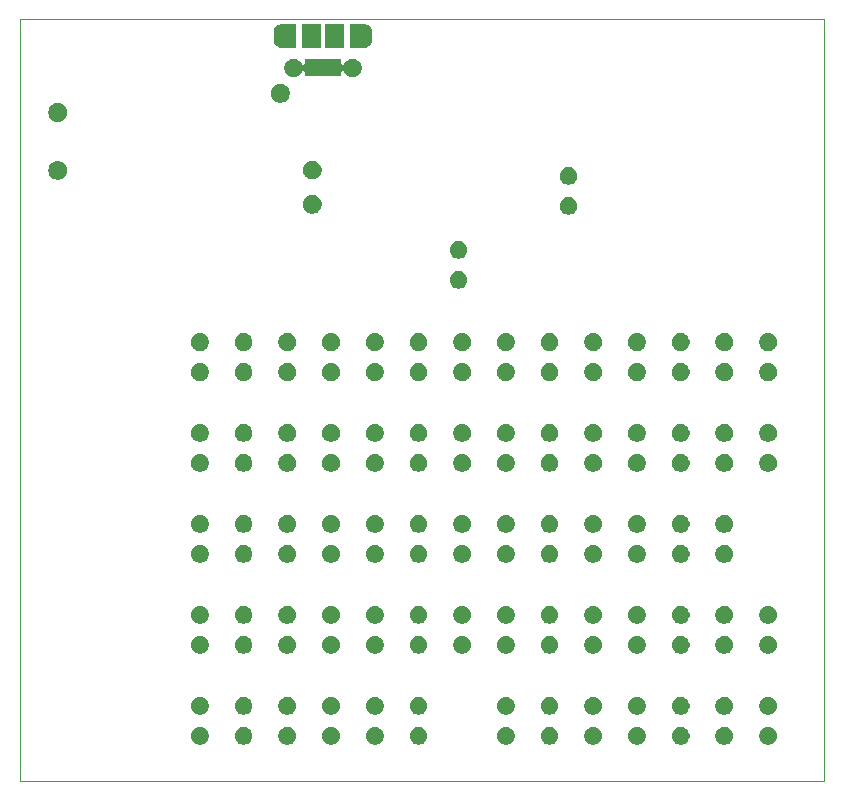
<source format=gbr>
G04 #@! TF.GenerationSoftware,KiCad,Pcbnew,(5.1.5)-3*
G04 #@! TF.CreationDate,2020-01-17T17:17:55-08:00*
G04 #@! TF.ProjectId,testing,74657374-696e-4672-9e6b-696361645f70,rev?*
G04 #@! TF.SameCoordinates,Original*
G04 #@! TF.FileFunction,Soldermask,Bot*
G04 #@! TF.FilePolarity,Negative*
%FSLAX46Y46*%
G04 Gerber Fmt 4.6, Leading zero omitted, Abs format (unit mm)*
G04 Created by KiCad (PCBNEW (5.1.5)-3) date 2020-01-17 17:17:55*
%MOMM*%
%LPD*%
G04 APERTURE LIST*
G04 #@! TA.AperFunction,Profile*
%ADD10C,0.050000*%
G04 #@! TD*
%ADD11C,0.150000*%
G04 APERTURE END LIST*
D10*
X161050000Y-112850000D02*
X93050000Y-112850000D01*
X93050000Y-48350000D02*
X93050000Y-112850000D01*
X161050000Y-48350000D02*
X93050000Y-48350000D01*
X161050000Y-112850000D02*
X161050000Y-48350000D01*
D11*
G36*
X115869059Y-108327860D02*
G01*
X116005732Y-108384472D01*
X116128735Y-108466660D01*
X116233340Y-108571265D01*
X116315528Y-108694268D01*
X116372140Y-108830941D01*
X116401000Y-108976033D01*
X116401000Y-109123967D01*
X116372140Y-109269059D01*
X116315528Y-109405732D01*
X116233340Y-109528735D01*
X116128735Y-109633340D01*
X116005732Y-109715528D01*
X116005731Y-109715529D01*
X116005730Y-109715529D01*
X115869059Y-109772140D01*
X115723968Y-109801000D01*
X115576032Y-109801000D01*
X115430941Y-109772140D01*
X115294270Y-109715529D01*
X115294269Y-109715529D01*
X115294268Y-109715528D01*
X115171265Y-109633340D01*
X115066660Y-109528735D01*
X114984472Y-109405732D01*
X114927860Y-109269059D01*
X114899000Y-109123967D01*
X114899000Y-108976033D01*
X114927860Y-108830941D01*
X114984472Y-108694268D01*
X115066660Y-108571265D01*
X115171265Y-108466660D01*
X115294268Y-108384472D01*
X115430941Y-108327860D01*
X115576032Y-108299000D01*
X115723968Y-108299000D01*
X115869059Y-108327860D01*
G37*
G36*
X156569059Y-108327860D02*
G01*
X156705732Y-108384472D01*
X156828735Y-108466660D01*
X156933340Y-108571265D01*
X157015528Y-108694268D01*
X157072140Y-108830941D01*
X157101000Y-108976033D01*
X157101000Y-109123967D01*
X157072140Y-109269059D01*
X157015528Y-109405732D01*
X156933340Y-109528735D01*
X156828735Y-109633340D01*
X156705732Y-109715528D01*
X156705731Y-109715529D01*
X156705730Y-109715529D01*
X156569059Y-109772140D01*
X156423968Y-109801000D01*
X156276032Y-109801000D01*
X156130941Y-109772140D01*
X155994270Y-109715529D01*
X155994269Y-109715529D01*
X155994268Y-109715528D01*
X155871265Y-109633340D01*
X155766660Y-109528735D01*
X155684472Y-109405732D01*
X155627860Y-109269059D01*
X155599000Y-109123967D01*
X155599000Y-108976033D01*
X155627860Y-108830941D01*
X155684472Y-108694268D01*
X155766660Y-108571265D01*
X155871265Y-108466660D01*
X155994268Y-108384472D01*
X156130941Y-108327860D01*
X156276032Y-108299000D01*
X156423968Y-108299000D01*
X156569059Y-108327860D01*
G37*
G36*
X152869059Y-108327860D02*
G01*
X153005732Y-108384472D01*
X153128735Y-108466660D01*
X153233340Y-108571265D01*
X153315528Y-108694268D01*
X153372140Y-108830941D01*
X153401000Y-108976033D01*
X153401000Y-109123967D01*
X153372140Y-109269059D01*
X153315528Y-109405732D01*
X153233340Y-109528735D01*
X153128735Y-109633340D01*
X153005732Y-109715528D01*
X153005731Y-109715529D01*
X153005730Y-109715529D01*
X152869059Y-109772140D01*
X152723968Y-109801000D01*
X152576032Y-109801000D01*
X152430941Y-109772140D01*
X152294270Y-109715529D01*
X152294269Y-109715529D01*
X152294268Y-109715528D01*
X152171265Y-109633340D01*
X152066660Y-109528735D01*
X151984472Y-109405732D01*
X151927860Y-109269059D01*
X151899000Y-109123967D01*
X151899000Y-108976033D01*
X151927860Y-108830941D01*
X151984472Y-108694268D01*
X152066660Y-108571265D01*
X152171265Y-108466660D01*
X152294268Y-108384472D01*
X152430941Y-108327860D01*
X152576032Y-108299000D01*
X152723968Y-108299000D01*
X152869059Y-108327860D01*
G37*
G36*
X112169059Y-108327860D02*
G01*
X112305732Y-108384472D01*
X112428735Y-108466660D01*
X112533340Y-108571265D01*
X112615528Y-108694268D01*
X112672140Y-108830941D01*
X112701000Y-108976033D01*
X112701000Y-109123967D01*
X112672140Y-109269059D01*
X112615528Y-109405732D01*
X112533340Y-109528735D01*
X112428735Y-109633340D01*
X112305732Y-109715528D01*
X112305731Y-109715529D01*
X112305730Y-109715529D01*
X112169059Y-109772140D01*
X112023968Y-109801000D01*
X111876032Y-109801000D01*
X111730941Y-109772140D01*
X111594270Y-109715529D01*
X111594269Y-109715529D01*
X111594268Y-109715528D01*
X111471265Y-109633340D01*
X111366660Y-109528735D01*
X111284472Y-109405732D01*
X111227860Y-109269059D01*
X111199000Y-109123967D01*
X111199000Y-108976033D01*
X111227860Y-108830941D01*
X111284472Y-108694268D01*
X111366660Y-108571265D01*
X111471265Y-108466660D01*
X111594268Y-108384472D01*
X111730941Y-108327860D01*
X111876032Y-108299000D01*
X112023968Y-108299000D01*
X112169059Y-108327860D01*
G37*
G36*
X108469059Y-108327860D02*
G01*
X108605732Y-108384472D01*
X108728735Y-108466660D01*
X108833340Y-108571265D01*
X108915528Y-108694268D01*
X108972140Y-108830941D01*
X109001000Y-108976033D01*
X109001000Y-109123967D01*
X108972140Y-109269059D01*
X108915528Y-109405732D01*
X108833340Y-109528735D01*
X108728735Y-109633340D01*
X108605732Y-109715528D01*
X108605731Y-109715529D01*
X108605730Y-109715529D01*
X108469059Y-109772140D01*
X108323968Y-109801000D01*
X108176032Y-109801000D01*
X108030941Y-109772140D01*
X107894270Y-109715529D01*
X107894269Y-109715529D01*
X107894268Y-109715528D01*
X107771265Y-109633340D01*
X107666660Y-109528735D01*
X107584472Y-109405732D01*
X107527860Y-109269059D01*
X107499000Y-109123967D01*
X107499000Y-108976033D01*
X107527860Y-108830941D01*
X107584472Y-108694268D01*
X107666660Y-108571265D01*
X107771265Y-108466660D01*
X107894268Y-108384472D01*
X108030941Y-108327860D01*
X108176032Y-108299000D01*
X108323968Y-108299000D01*
X108469059Y-108327860D01*
G37*
G36*
X149169059Y-108327860D02*
G01*
X149305732Y-108384472D01*
X149428735Y-108466660D01*
X149533340Y-108571265D01*
X149615528Y-108694268D01*
X149672140Y-108830941D01*
X149701000Y-108976033D01*
X149701000Y-109123967D01*
X149672140Y-109269059D01*
X149615528Y-109405732D01*
X149533340Y-109528735D01*
X149428735Y-109633340D01*
X149305732Y-109715528D01*
X149305731Y-109715529D01*
X149305730Y-109715529D01*
X149169059Y-109772140D01*
X149023968Y-109801000D01*
X148876032Y-109801000D01*
X148730941Y-109772140D01*
X148594270Y-109715529D01*
X148594269Y-109715529D01*
X148594268Y-109715528D01*
X148471265Y-109633340D01*
X148366660Y-109528735D01*
X148284472Y-109405732D01*
X148227860Y-109269059D01*
X148199000Y-109123967D01*
X148199000Y-108976033D01*
X148227860Y-108830941D01*
X148284472Y-108694268D01*
X148366660Y-108571265D01*
X148471265Y-108466660D01*
X148594268Y-108384472D01*
X148730941Y-108327860D01*
X148876032Y-108299000D01*
X149023968Y-108299000D01*
X149169059Y-108327860D01*
G37*
G36*
X145469059Y-108327860D02*
G01*
X145605732Y-108384472D01*
X145728735Y-108466660D01*
X145833340Y-108571265D01*
X145915528Y-108694268D01*
X145972140Y-108830941D01*
X146001000Y-108976033D01*
X146001000Y-109123967D01*
X145972140Y-109269059D01*
X145915528Y-109405732D01*
X145833340Y-109528735D01*
X145728735Y-109633340D01*
X145605732Y-109715528D01*
X145605731Y-109715529D01*
X145605730Y-109715529D01*
X145469059Y-109772140D01*
X145323968Y-109801000D01*
X145176032Y-109801000D01*
X145030941Y-109772140D01*
X144894270Y-109715529D01*
X144894269Y-109715529D01*
X144894268Y-109715528D01*
X144771265Y-109633340D01*
X144666660Y-109528735D01*
X144584472Y-109405732D01*
X144527860Y-109269059D01*
X144499000Y-109123967D01*
X144499000Y-108976033D01*
X144527860Y-108830941D01*
X144584472Y-108694268D01*
X144666660Y-108571265D01*
X144771265Y-108466660D01*
X144894268Y-108384472D01*
X145030941Y-108327860D01*
X145176032Y-108299000D01*
X145323968Y-108299000D01*
X145469059Y-108327860D01*
G37*
G36*
X141769059Y-108327860D02*
G01*
X141905732Y-108384472D01*
X142028735Y-108466660D01*
X142133340Y-108571265D01*
X142215528Y-108694268D01*
X142272140Y-108830941D01*
X142301000Y-108976033D01*
X142301000Y-109123967D01*
X142272140Y-109269059D01*
X142215528Y-109405732D01*
X142133340Y-109528735D01*
X142028735Y-109633340D01*
X141905732Y-109715528D01*
X141905731Y-109715529D01*
X141905730Y-109715529D01*
X141769059Y-109772140D01*
X141623968Y-109801000D01*
X141476032Y-109801000D01*
X141330941Y-109772140D01*
X141194270Y-109715529D01*
X141194269Y-109715529D01*
X141194268Y-109715528D01*
X141071265Y-109633340D01*
X140966660Y-109528735D01*
X140884472Y-109405732D01*
X140827860Y-109269059D01*
X140799000Y-109123967D01*
X140799000Y-108976033D01*
X140827860Y-108830941D01*
X140884472Y-108694268D01*
X140966660Y-108571265D01*
X141071265Y-108466660D01*
X141194268Y-108384472D01*
X141330941Y-108327860D01*
X141476032Y-108299000D01*
X141623968Y-108299000D01*
X141769059Y-108327860D01*
G37*
G36*
X138069059Y-108327860D02*
G01*
X138205732Y-108384472D01*
X138328735Y-108466660D01*
X138433340Y-108571265D01*
X138515528Y-108694268D01*
X138572140Y-108830941D01*
X138601000Y-108976033D01*
X138601000Y-109123967D01*
X138572140Y-109269059D01*
X138515528Y-109405732D01*
X138433340Y-109528735D01*
X138328735Y-109633340D01*
X138205732Y-109715528D01*
X138205731Y-109715529D01*
X138205730Y-109715529D01*
X138069059Y-109772140D01*
X137923968Y-109801000D01*
X137776032Y-109801000D01*
X137630941Y-109772140D01*
X137494270Y-109715529D01*
X137494269Y-109715529D01*
X137494268Y-109715528D01*
X137371265Y-109633340D01*
X137266660Y-109528735D01*
X137184472Y-109405732D01*
X137127860Y-109269059D01*
X137099000Y-109123967D01*
X137099000Y-108976033D01*
X137127860Y-108830941D01*
X137184472Y-108694268D01*
X137266660Y-108571265D01*
X137371265Y-108466660D01*
X137494268Y-108384472D01*
X137630941Y-108327860D01*
X137776032Y-108299000D01*
X137923968Y-108299000D01*
X138069059Y-108327860D01*
G37*
G36*
X134369059Y-108327860D02*
G01*
X134505732Y-108384472D01*
X134628735Y-108466660D01*
X134733340Y-108571265D01*
X134815528Y-108694268D01*
X134872140Y-108830941D01*
X134901000Y-108976033D01*
X134901000Y-109123967D01*
X134872140Y-109269059D01*
X134815528Y-109405732D01*
X134733340Y-109528735D01*
X134628735Y-109633340D01*
X134505732Y-109715528D01*
X134505731Y-109715529D01*
X134505730Y-109715529D01*
X134369059Y-109772140D01*
X134223968Y-109801000D01*
X134076032Y-109801000D01*
X133930941Y-109772140D01*
X133794270Y-109715529D01*
X133794269Y-109715529D01*
X133794268Y-109715528D01*
X133671265Y-109633340D01*
X133566660Y-109528735D01*
X133484472Y-109405732D01*
X133427860Y-109269059D01*
X133399000Y-109123967D01*
X133399000Y-108976033D01*
X133427860Y-108830941D01*
X133484472Y-108694268D01*
X133566660Y-108571265D01*
X133671265Y-108466660D01*
X133794268Y-108384472D01*
X133930941Y-108327860D01*
X134076032Y-108299000D01*
X134223968Y-108299000D01*
X134369059Y-108327860D01*
G37*
G36*
X126969059Y-108327860D02*
G01*
X127105732Y-108384472D01*
X127228735Y-108466660D01*
X127333340Y-108571265D01*
X127415528Y-108694268D01*
X127472140Y-108830941D01*
X127501000Y-108976033D01*
X127501000Y-109123967D01*
X127472140Y-109269059D01*
X127415528Y-109405732D01*
X127333340Y-109528735D01*
X127228735Y-109633340D01*
X127105732Y-109715528D01*
X127105731Y-109715529D01*
X127105730Y-109715529D01*
X126969059Y-109772140D01*
X126823968Y-109801000D01*
X126676032Y-109801000D01*
X126530941Y-109772140D01*
X126394270Y-109715529D01*
X126394269Y-109715529D01*
X126394268Y-109715528D01*
X126271265Y-109633340D01*
X126166660Y-109528735D01*
X126084472Y-109405732D01*
X126027860Y-109269059D01*
X125999000Y-109123967D01*
X125999000Y-108976033D01*
X126027860Y-108830941D01*
X126084472Y-108694268D01*
X126166660Y-108571265D01*
X126271265Y-108466660D01*
X126394268Y-108384472D01*
X126530941Y-108327860D01*
X126676032Y-108299000D01*
X126823968Y-108299000D01*
X126969059Y-108327860D01*
G37*
G36*
X123269059Y-108327860D02*
G01*
X123405732Y-108384472D01*
X123528735Y-108466660D01*
X123633340Y-108571265D01*
X123715528Y-108694268D01*
X123772140Y-108830941D01*
X123801000Y-108976033D01*
X123801000Y-109123967D01*
X123772140Y-109269059D01*
X123715528Y-109405732D01*
X123633340Y-109528735D01*
X123528735Y-109633340D01*
X123405732Y-109715528D01*
X123405731Y-109715529D01*
X123405730Y-109715529D01*
X123269059Y-109772140D01*
X123123968Y-109801000D01*
X122976032Y-109801000D01*
X122830941Y-109772140D01*
X122694270Y-109715529D01*
X122694269Y-109715529D01*
X122694268Y-109715528D01*
X122571265Y-109633340D01*
X122466660Y-109528735D01*
X122384472Y-109405732D01*
X122327860Y-109269059D01*
X122299000Y-109123967D01*
X122299000Y-108976033D01*
X122327860Y-108830941D01*
X122384472Y-108694268D01*
X122466660Y-108571265D01*
X122571265Y-108466660D01*
X122694268Y-108384472D01*
X122830941Y-108327860D01*
X122976032Y-108299000D01*
X123123968Y-108299000D01*
X123269059Y-108327860D01*
G37*
G36*
X119569059Y-108327860D02*
G01*
X119705732Y-108384472D01*
X119828735Y-108466660D01*
X119933340Y-108571265D01*
X120015528Y-108694268D01*
X120072140Y-108830941D01*
X120101000Y-108976033D01*
X120101000Y-109123967D01*
X120072140Y-109269059D01*
X120015528Y-109405732D01*
X119933340Y-109528735D01*
X119828735Y-109633340D01*
X119705732Y-109715528D01*
X119705731Y-109715529D01*
X119705730Y-109715529D01*
X119569059Y-109772140D01*
X119423968Y-109801000D01*
X119276032Y-109801000D01*
X119130941Y-109772140D01*
X118994270Y-109715529D01*
X118994269Y-109715529D01*
X118994268Y-109715528D01*
X118871265Y-109633340D01*
X118766660Y-109528735D01*
X118684472Y-109405732D01*
X118627860Y-109269059D01*
X118599000Y-109123967D01*
X118599000Y-108976033D01*
X118627860Y-108830941D01*
X118684472Y-108694268D01*
X118766660Y-108571265D01*
X118871265Y-108466660D01*
X118994268Y-108384472D01*
X119130941Y-108327860D01*
X119276032Y-108299000D01*
X119423968Y-108299000D01*
X119569059Y-108327860D01*
G37*
G36*
X152869059Y-105787860D02*
G01*
X153005732Y-105844472D01*
X153128735Y-105926660D01*
X153233340Y-106031265D01*
X153315528Y-106154268D01*
X153372140Y-106290941D01*
X153401000Y-106436033D01*
X153401000Y-106583967D01*
X153372140Y-106729059D01*
X153315528Y-106865732D01*
X153233340Y-106988735D01*
X153128735Y-107093340D01*
X153005732Y-107175528D01*
X153005731Y-107175529D01*
X153005730Y-107175529D01*
X152869059Y-107232140D01*
X152723968Y-107261000D01*
X152576032Y-107261000D01*
X152430941Y-107232140D01*
X152294270Y-107175529D01*
X152294269Y-107175529D01*
X152294268Y-107175528D01*
X152171265Y-107093340D01*
X152066660Y-106988735D01*
X151984472Y-106865732D01*
X151927860Y-106729059D01*
X151899000Y-106583967D01*
X151899000Y-106436033D01*
X151927860Y-106290941D01*
X151984472Y-106154268D01*
X152066660Y-106031265D01*
X152171265Y-105926660D01*
X152294268Y-105844472D01*
X152430941Y-105787860D01*
X152576032Y-105759000D01*
X152723968Y-105759000D01*
X152869059Y-105787860D01*
G37*
G36*
X145469059Y-105787860D02*
G01*
X145605732Y-105844472D01*
X145728735Y-105926660D01*
X145833340Y-106031265D01*
X145915528Y-106154268D01*
X145972140Y-106290941D01*
X146001000Y-106436033D01*
X146001000Y-106583967D01*
X145972140Y-106729059D01*
X145915528Y-106865732D01*
X145833340Y-106988735D01*
X145728735Y-107093340D01*
X145605732Y-107175528D01*
X145605731Y-107175529D01*
X145605730Y-107175529D01*
X145469059Y-107232140D01*
X145323968Y-107261000D01*
X145176032Y-107261000D01*
X145030941Y-107232140D01*
X144894270Y-107175529D01*
X144894269Y-107175529D01*
X144894268Y-107175528D01*
X144771265Y-107093340D01*
X144666660Y-106988735D01*
X144584472Y-106865732D01*
X144527860Y-106729059D01*
X144499000Y-106583967D01*
X144499000Y-106436033D01*
X144527860Y-106290941D01*
X144584472Y-106154268D01*
X144666660Y-106031265D01*
X144771265Y-105926660D01*
X144894268Y-105844472D01*
X145030941Y-105787860D01*
X145176032Y-105759000D01*
X145323968Y-105759000D01*
X145469059Y-105787860D01*
G37*
G36*
X115869059Y-105787860D02*
G01*
X116005732Y-105844472D01*
X116128735Y-105926660D01*
X116233340Y-106031265D01*
X116315528Y-106154268D01*
X116372140Y-106290941D01*
X116401000Y-106436033D01*
X116401000Y-106583967D01*
X116372140Y-106729059D01*
X116315528Y-106865732D01*
X116233340Y-106988735D01*
X116128735Y-107093340D01*
X116005732Y-107175528D01*
X116005731Y-107175529D01*
X116005730Y-107175529D01*
X115869059Y-107232140D01*
X115723968Y-107261000D01*
X115576032Y-107261000D01*
X115430941Y-107232140D01*
X115294270Y-107175529D01*
X115294269Y-107175529D01*
X115294268Y-107175528D01*
X115171265Y-107093340D01*
X115066660Y-106988735D01*
X114984472Y-106865732D01*
X114927860Y-106729059D01*
X114899000Y-106583967D01*
X114899000Y-106436033D01*
X114927860Y-106290941D01*
X114984472Y-106154268D01*
X115066660Y-106031265D01*
X115171265Y-105926660D01*
X115294268Y-105844472D01*
X115430941Y-105787860D01*
X115576032Y-105759000D01*
X115723968Y-105759000D01*
X115869059Y-105787860D01*
G37*
G36*
X156569059Y-105787860D02*
G01*
X156705732Y-105844472D01*
X156828735Y-105926660D01*
X156933340Y-106031265D01*
X157015528Y-106154268D01*
X157072140Y-106290941D01*
X157101000Y-106436033D01*
X157101000Y-106583967D01*
X157072140Y-106729059D01*
X157015528Y-106865732D01*
X156933340Y-106988735D01*
X156828735Y-107093340D01*
X156705732Y-107175528D01*
X156705731Y-107175529D01*
X156705730Y-107175529D01*
X156569059Y-107232140D01*
X156423968Y-107261000D01*
X156276032Y-107261000D01*
X156130941Y-107232140D01*
X155994270Y-107175529D01*
X155994269Y-107175529D01*
X155994268Y-107175528D01*
X155871265Y-107093340D01*
X155766660Y-106988735D01*
X155684472Y-106865732D01*
X155627860Y-106729059D01*
X155599000Y-106583967D01*
X155599000Y-106436033D01*
X155627860Y-106290941D01*
X155684472Y-106154268D01*
X155766660Y-106031265D01*
X155871265Y-105926660D01*
X155994268Y-105844472D01*
X156130941Y-105787860D01*
X156276032Y-105759000D01*
X156423968Y-105759000D01*
X156569059Y-105787860D01*
G37*
G36*
X119569059Y-105787860D02*
G01*
X119705732Y-105844472D01*
X119828735Y-105926660D01*
X119933340Y-106031265D01*
X120015528Y-106154268D01*
X120072140Y-106290941D01*
X120101000Y-106436033D01*
X120101000Y-106583967D01*
X120072140Y-106729059D01*
X120015528Y-106865732D01*
X119933340Y-106988735D01*
X119828735Y-107093340D01*
X119705732Y-107175528D01*
X119705731Y-107175529D01*
X119705730Y-107175529D01*
X119569059Y-107232140D01*
X119423968Y-107261000D01*
X119276032Y-107261000D01*
X119130941Y-107232140D01*
X118994270Y-107175529D01*
X118994269Y-107175529D01*
X118994268Y-107175528D01*
X118871265Y-107093340D01*
X118766660Y-106988735D01*
X118684472Y-106865732D01*
X118627860Y-106729059D01*
X118599000Y-106583967D01*
X118599000Y-106436033D01*
X118627860Y-106290941D01*
X118684472Y-106154268D01*
X118766660Y-106031265D01*
X118871265Y-105926660D01*
X118994268Y-105844472D01*
X119130941Y-105787860D01*
X119276032Y-105759000D01*
X119423968Y-105759000D01*
X119569059Y-105787860D01*
G37*
G36*
X112169059Y-105787860D02*
G01*
X112305732Y-105844472D01*
X112428735Y-105926660D01*
X112533340Y-106031265D01*
X112615528Y-106154268D01*
X112672140Y-106290941D01*
X112701000Y-106436033D01*
X112701000Y-106583967D01*
X112672140Y-106729059D01*
X112615528Y-106865732D01*
X112533340Y-106988735D01*
X112428735Y-107093340D01*
X112305732Y-107175528D01*
X112305731Y-107175529D01*
X112305730Y-107175529D01*
X112169059Y-107232140D01*
X112023968Y-107261000D01*
X111876032Y-107261000D01*
X111730941Y-107232140D01*
X111594270Y-107175529D01*
X111594269Y-107175529D01*
X111594268Y-107175528D01*
X111471265Y-107093340D01*
X111366660Y-106988735D01*
X111284472Y-106865732D01*
X111227860Y-106729059D01*
X111199000Y-106583967D01*
X111199000Y-106436033D01*
X111227860Y-106290941D01*
X111284472Y-106154268D01*
X111366660Y-106031265D01*
X111471265Y-105926660D01*
X111594268Y-105844472D01*
X111730941Y-105787860D01*
X111876032Y-105759000D01*
X112023968Y-105759000D01*
X112169059Y-105787860D01*
G37*
G36*
X123269059Y-105787860D02*
G01*
X123405732Y-105844472D01*
X123528735Y-105926660D01*
X123633340Y-106031265D01*
X123715528Y-106154268D01*
X123772140Y-106290941D01*
X123801000Y-106436033D01*
X123801000Y-106583967D01*
X123772140Y-106729059D01*
X123715528Y-106865732D01*
X123633340Y-106988735D01*
X123528735Y-107093340D01*
X123405732Y-107175528D01*
X123405731Y-107175529D01*
X123405730Y-107175529D01*
X123269059Y-107232140D01*
X123123968Y-107261000D01*
X122976032Y-107261000D01*
X122830941Y-107232140D01*
X122694270Y-107175529D01*
X122694269Y-107175529D01*
X122694268Y-107175528D01*
X122571265Y-107093340D01*
X122466660Y-106988735D01*
X122384472Y-106865732D01*
X122327860Y-106729059D01*
X122299000Y-106583967D01*
X122299000Y-106436033D01*
X122327860Y-106290941D01*
X122384472Y-106154268D01*
X122466660Y-106031265D01*
X122571265Y-105926660D01*
X122694268Y-105844472D01*
X122830941Y-105787860D01*
X122976032Y-105759000D01*
X123123968Y-105759000D01*
X123269059Y-105787860D01*
G37*
G36*
X149169059Y-105787860D02*
G01*
X149305732Y-105844472D01*
X149428735Y-105926660D01*
X149533340Y-106031265D01*
X149615528Y-106154268D01*
X149672140Y-106290941D01*
X149701000Y-106436033D01*
X149701000Y-106583967D01*
X149672140Y-106729059D01*
X149615528Y-106865732D01*
X149533340Y-106988735D01*
X149428735Y-107093340D01*
X149305732Y-107175528D01*
X149305731Y-107175529D01*
X149305730Y-107175529D01*
X149169059Y-107232140D01*
X149023968Y-107261000D01*
X148876032Y-107261000D01*
X148730941Y-107232140D01*
X148594270Y-107175529D01*
X148594269Y-107175529D01*
X148594268Y-107175528D01*
X148471265Y-107093340D01*
X148366660Y-106988735D01*
X148284472Y-106865732D01*
X148227860Y-106729059D01*
X148199000Y-106583967D01*
X148199000Y-106436033D01*
X148227860Y-106290941D01*
X148284472Y-106154268D01*
X148366660Y-106031265D01*
X148471265Y-105926660D01*
X148594268Y-105844472D01*
X148730941Y-105787860D01*
X148876032Y-105759000D01*
X149023968Y-105759000D01*
X149169059Y-105787860D01*
G37*
G36*
X126969059Y-105787860D02*
G01*
X127105732Y-105844472D01*
X127228735Y-105926660D01*
X127333340Y-106031265D01*
X127415528Y-106154268D01*
X127472140Y-106290941D01*
X127501000Y-106436033D01*
X127501000Y-106583967D01*
X127472140Y-106729059D01*
X127415528Y-106865732D01*
X127333340Y-106988735D01*
X127228735Y-107093340D01*
X127105732Y-107175528D01*
X127105731Y-107175529D01*
X127105730Y-107175529D01*
X126969059Y-107232140D01*
X126823968Y-107261000D01*
X126676032Y-107261000D01*
X126530941Y-107232140D01*
X126394270Y-107175529D01*
X126394269Y-107175529D01*
X126394268Y-107175528D01*
X126271265Y-107093340D01*
X126166660Y-106988735D01*
X126084472Y-106865732D01*
X126027860Y-106729059D01*
X125999000Y-106583967D01*
X125999000Y-106436033D01*
X126027860Y-106290941D01*
X126084472Y-106154268D01*
X126166660Y-106031265D01*
X126271265Y-105926660D01*
X126394268Y-105844472D01*
X126530941Y-105787860D01*
X126676032Y-105759000D01*
X126823968Y-105759000D01*
X126969059Y-105787860D01*
G37*
G36*
X134369059Y-105787860D02*
G01*
X134505732Y-105844472D01*
X134628735Y-105926660D01*
X134733340Y-106031265D01*
X134815528Y-106154268D01*
X134872140Y-106290941D01*
X134901000Y-106436033D01*
X134901000Y-106583967D01*
X134872140Y-106729059D01*
X134815528Y-106865732D01*
X134733340Y-106988735D01*
X134628735Y-107093340D01*
X134505732Y-107175528D01*
X134505731Y-107175529D01*
X134505730Y-107175529D01*
X134369059Y-107232140D01*
X134223968Y-107261000D01*
X134076032Y-107261000D01*
X133930941Y-107232140D01*
X133794270Y-107175529D01*
X133794269Y-107175529D01*
X133794268Y-107175528D01*
X133671265Y-107093340D01*
X133566660Y-106988735D01*
X133484472Y-106865732D01*
X133427860Y-106729059D01*
X133399000Y-106583967D01*
X133399000Y-106436033D01*
X133427860Y-106290941D01*
X133484472Y-106154268D01*
X133566660Y-106031265D01*
X133671265Y-105926660D01*
X133794268Y-105844472D01*
X133930941Y-105787860D01*
X134076032Y-105759000D01*
X134223968Y-105759000D01*
X134369059Y-105787860D01*
G37*
G36*
X138069059Y-105787860D02*
G01*
X138205732Y-105844472D01*
X138328735Y-105926660D01*
X138433340Y-106031265D01*
X138515528Y-106154268D01*
X138572140Y-106290941D01*
X138601000Y-106436033D01*
X138601000Y-106583967D01*
X138572140Y-106729059D01*
X138515528Y-106865732D01*
X138433340Y-106988735D01*
X138328735Y-107093340D01*
X138205732Y-107175528D01*
X138205731Y-107175529D01*
X138205730Y-107175529D01*
X138069059Y-107232140D01*
X137923968Y-107261000D01*
X137776032Y-107261000D01*
X137630941Y-107232140D01*
X137494270Y-107175529D01*
X137494269Y-107175529D01*
X137494268Y-107175528D01*
X137371265Y-107093340D01*
X137266660Y-106988735D01*
X137184472Y-106865732D01*
X137127860Y-106729059D01*
X137099000Y-106583967D01*
X137099000Y-106436033D01*
X137127860Y-106290941D01*
X137184472Y-106154268D01*
X137266660Y-106031265D01*
X137371265Y-105926660D01*
X137494268Y-105844472D01*
X137630941Y-105787860D01*
X137776032Y-105759000D01*
X137923968Y-105759000D01*
X138069059Y-105787860D01*
G37*
G36*
X108469059Y-105787860D02*
G01*
X108605732Y-105844472D01*
X108728735Y-105926660D01*
X108833340Y-106031265D01*
X108915528Y-106154268D01*
X108972140Y-106290941D01*
X109001000Y-106436033D01*
X109001000Y-106583967D01*
X108972140Y-106729059D01*
X108915528Y-106865732D01*
X108833340Y-106988735D01*
X108728735Y-107093340D01*
X108605732Y-107175528D01*
X108605731Y-107175529D01*
X108605730Y-107175529D01*
X108469059Y-107232140D01*
X108323968Y-107261000D01*
X108176032Y-107261000D01*
X108030941Y-107232140D01*
X107894270Y-107175529D01*
X107894269Y-107175529D01*
X107894268Y-107175528D01*
X107771265Y-107093340D01*
X107666660Y-106988735D01*
X107584472Y-106865732D01*
X107527860Y-106729059D01*
X107499000Y-106583967D01*
X107499000Y-106436033D01*
X107527860Y-106290941D01*
X107584472Y-106154268D01*
X107666660Y-106031265D01*
X107771265Y-105926660D01*
X107894268Y-105844472D01*
X108030941Y-105787860D01*
X108176032Y-105759000D01*
X108323968Y-105759000D01*
X108469059Y-105787860D01*
G37*
G36*
X141769059Y-105787860D02*
G01*
X141905732Y-105844472D01*
X142028735Y-105926660D01*
X142133340Y-106031265D01*
X142215528Y-106154268D01*
X142272140Y-106290941D01*
X142301000Y-106436033D01*
X142301000Y-106583967D01*
X142272140Y-106729059D01*
X142215528Y-106865732D01*
X142133340Y-106988735D01*
X142028735Y-107093340D01*
X141905732Y-107175528D01*
X141905731Y-107175529D01*
X141905730Y-107175529D01*
X141769059Y-107232140D01*
X141623968Y-107261000D01*
X141476032Y-107261000D01*
X141330941Y-107232140D01*
X141194270Y-107175529D01*
X141194269Y-107175529D01*
X141194268Y-107175528D01*
X141071265Y-107093340D01*
X140966660Y-106988735D01*
X140884472Y-106865732D01*
X140827860Y-106729059D01*
X140799000Y-106583967D01*
X140799000Y-106436033D01*
X140827860Y-106290941D01*
X140884472Y-106154268D01*
X140966660Y-106031265D01*
X141071265Y-105926660D01*
X141194268Y-105844472D01*
X141330941Y-105787860D01*
X141476032Y-105759000D01*
X141623968Y-105759000D01*
X141769059Y-105787860D01*
G37*
G36*
X119569059Y-100627860D02*
G01*
X119705732Y-100684472D01*
X119828735Y-100766660D01*
X119933340Y-100871265D01*
X120015528Y-100994268D01*
X120072140Y-101130941D01*
X120101000Y-101276033D01*
X120101000Y-101423967D01*
X120072140Y-101569059D01*
X120015528Y-101705732D01*
X119933340Y-101828735D01*
X119828735Y-101933340D01*
X119705732Y-102015528D01*
X119705731Y-102015529D01*
X119705730Y-102015529D01*
X119569059Y-102072140D01*
X119423968Y-102101000D01*
X119276032Y-102101000D01*
X119130941Y-102072140D01*
X118994270Y-102015529D01*
X118994269Y-102015529D01*
X118994268Y-102015528D01*
X118871265Y-101933340D01*
X118766660Y-101828735D01*
X118684472Y-101705732D01*
X118627860Y-101569059D01*
X118599000Y-101423967D01*
X118599000Y-101276033D01*
X118627860Y-101130941D01*
X118684472Y-100994268D01*
X118766660Y-100871265D01*
X118871265Y-100766660D01*
X118994268Y-100684472D01*
X119130941Y-100627860D01*
X119276032Y-100599000D01*
X119423968Y-100599000D01*
X119569059Y-100627860D01*
G37*
G36*
X149169059Y-100627860D02*
G01*
X149305732Y-100684472D01*
X149428735Y-100766660D01*
X149533340Y-100871265D01*
X149615528Y-100994268D01*
X149672140Y-101130941D01*
X149701000Y-101276033D01*
X149701000Y-101423967D01*
X149672140Y-101569059D01*
X149615528Y-101705732D01*
X149533340Y-101828735D01*
X149428735Y-101933340D01*
X149305732Y-102015528D01*
X149305731Y-102015529D01*
X149305730Y-102015529D01*
X149169059Y-102072140D01*
X149023968Y-102101000D01*
X148876032Y-102101000D01*
X148730941Y-102072140D01*
X148594270Y-102015529D01*
X148594269Y-102015529D01*
X148594268Y-102015528D01*
X148471265Y-101933340D01*
X148366660Y-101828735D01*
X148284472Y-101705732D01*
X148227860Y-101569059D01*
X148199000Y-101423967D01*
X148199000Y-101276033D01*
X148227860Y-101130941D01*
X148284472Y-100994268D01*
X148366660Y-100871265D01*
X148471265Y-100766660D01*
X148594268Y-100684472D01*
X148730941Y-100627860D01*
X148876032Y-100599000D01*
X149023968Y-100599000D01*
X149169059Y-100627860D01*
G37*
G36*
X152869059Y-100627860D02*
G01*
X153005732Y-100684472D01*
X153128735Y-100766660D01*
X153233340Y-100871265D01*
X153315528Y-100994268D01*
X153372140Y-101130941D01*
X153401000Y-101276033D01*
X153401000Y-101423967D01*
X153372140Y-101569059D01*
X153315528Y-101705732D01*
X153233340Y-101828735D01*
X153128735Y-101933340D01*
X153005732Y-102015528D01*
X153005731Y-102015529D01*
X153005730Y-102015529D01*
X152869059Y-102072140D01*
X152723968Y-102101000D01*
X152576032Y-102101000D01*
X152430941Y-102072140D01*
X152294270Y-102015529D01*
X152294269Y-102015529D01*
X152294268Y-102015528D01*
X152171265Y-101933340D01*
X152066660Y-101828735D01*
X151984472Y-101705732D01*
X151927860Y-101569059D01*
X151899000Y-101423967D01*
X151899000Y-101276033D01*
X151927860Y-101130941D01*
X151984472Y-100994268D01*
X152066660Y-100871265D01*
X152171265Y-100766660D01*
X152294268Y-100684472D01*
X152430941Y-100627860D01*
X152576032Y-100599000D01*
X152723968Y-100599000D01*
X152869059Y-100627860D01*
G37*
G36*
X108469059Y-100627860D02*
G01*
X108605732Y-100684472D01*
X108728735Y-100766660D01*
X108833340Y-100871265D01*
X108915528Y-100994268D01*
X108972140Y-101130941D01*
X109001000Y-101276033D01*
X109001000Y-101423967D01*
X108972140Y-101569059D01*
X108915528Y-101705732D01*
X108833340Y-101828735D01*
X108728735Y-101933340D01*
X108605732Y-102015528D01*
X108605731Y-102015529D01*
X108605730Y-102015529D01*
X108469059Y-102072140D01*
X108323968Y-102101000D01*
X108176032Y-102101000D01*
X108030941Y-102072140D01*
X107894270Y-102015529D01*
X107894269Y-102015529D01*
X107894268Y-102015528D01*
X107771265Y-101933340D01*
X107666660Y-101828735D01*
X107584472Y-101705732D01*
X107527860Y-101569059D01*
X107499000Y-101423967D01*
X107499000Y-101276033D01*
X107527860Y-101130941D01*
X107584472Y-100994268D01*
X107666660Y-100871265D01*
X107771265Y-100766660D01*
X107894268Y-100684472D01*
X108030941Y-100627860D01*
X108176032Y-100599000D01*
X108323968Y-100599000D01*
X108469059Y-100627860D01*
G37*
G36*
X123269059Y-100627860D02*
G01*
X123405732Y-100684472D01*
X123528735Y-100766660D01*
X123633340Y-100871265D01*
X123715528Y-100994268D01*
X123772140Y-101130941D01*
X123801000Y-101276033D01*
X123801000Y-101423967D01*
X123772140Y-101569059D01*
X123715528Y-101705732D01*
X123633340Y-101828735D01*
X123528735Y-101933340D01*
X123405732Y-102015528D01*
X123405731Y-102015529D01*
X123405730Y-102015529D01*
X123269059Y-102072140D01*
X123123968Y-102101000D01*
X122976032Y-102101000D01*
X122830941Y-102072140D01*
X122694270Y-102015529D01*
X122694269Y-102015529D01*
X122694268Y-102015528D01*
X122571265Y-101933340D01*
X122466660Y-101828735D01*
X122384472Y-101705732D01*
X122327860Y-101569059D01*
X122299000Y-101423967D01*
X122299000Y-101276033D01*
X122327860Y-101130941D01*
X122384472Y-100994268D01*
X122466660Y-100871265D01*
X122571265Y-100766660D01*
X122694268Y-100684472D01*
X122830941Y-100627860D01*
X122976032Y-100599000D01*
X123123968Y-100599000D01*
X123269059Y-100627860D01*
G37*
G36*
X156569059Y-100627860D02*
G01*
X156705732Y-100684472D01*
X156828735Y-100766660D01*
X156933340Y-100871265D01*
X157015528Y-100994268D01*
X157072140Y-101130941D01*
X157101000Y-101276033D01*
X157101000Y-101423967D01*
X157072140Y-101569059D01*
X157015528Y-101705732D01*
X156933340Y-101828735D01*
X156828735Y-101933340D01*
X156705732Y-102015528D01*
X156705731Y-102015529D01*
X156705730Y-102015529D01*
X156569059Y-102072140D01*
X156423968Y-102101000D01*
X156276032Y-102101000D01*
X156130941Y-102072140D01*
X155994270Y-102015529D01*
X155994269Y-102015529D01*
X155994268Y-102015528D01*
X155871265Y-101933340D01*
X155766660Y-101828735D01*
X155684472Y-101705732D01*
X155627860Y-101569059D01*
X155599000Y-101423967D01*
X155599000Y-101276033D01*
X155627860Y-101130941D01*
X155684472Y-100994268D01*
X155766660Y-100871265D01*
X155871265Y-100766660D01*
X155994268Y-100684472D01*
X156130941Y-100627860D01*
X156276032Y-100599000D01*
X156423968Y-100599000D01*
X156569059Y-100627860D01*
G37*
G36*
X112169059Y-100627860D02*
G01*
X112305732Y-100684472D01*
X112428735Y-100766660D01*
X112533340Y-100871265D01*
X112615528Y-100994268D01*
X112672140Y-101130941D01*
X112701000Y-101276033D01*
X112701000Y-101423967D01*
X112672140Y-101569059D01*
X112615528Y-101705732D01*
X112533340Y-101828735D01*
X112428735Y-101933340D01*
X112305732Y-102015528D01*
X112305731Y-102015529D01*
X112305730Y-102015529D01*
X112169059Y-102072140D01*
X112023968Y-102101000D01*
X111876032Y-102101000D01*
X111730941Y-102072140D01*
X111594270Y-102015529D01*
X111594269Y-102015529D01*
X111594268Y-102015528D01*
X111471265Y-101933340D01*
X111366660Y-101828735D01*
X111284472Y-101705732D01*
X111227860Y-101569059D01*
X111199000Y-101423967D01*
X111199000Y-101276033D01*
X111227860Y-101130941D01*
X111284472Y-100994268D01*
X111366660Y-100871265D01*
X111471265Y-100766660D01*
X111594268Y-100684472D01*
X111730941Y-100627860D01*
X111876032Y-100599000D01*
X112023968Y-100599000D01*
X112169059Y-100627860D01*
G37*
G36*
X145469059Y-100627860D02*
G01*
X145605732Y-100684472D01*
X145728735Y-100766660D01*
X145833340Y-100871265D01*
X145915528Y-100994268D01*
X145972140Y-101130941D01*
X146001000Y-101276033D01*
X146001000Y-101423967D01*
X145972140Y-101569059D01*
X145915528Y-101705732D01*
X145833340Y-101828735D01*
X145728735Y-101933340D01*
X145605732Y-102015528D01*
X145605731Y-102015529D01*
X145605730Y-102015529D01*
X145469059Y-102072140D01*
X145323968Y-102101000D01*
X145176032Y-102101000D01*
X145030941Y-102072140D01*
X144894270Y-102015529D01*
X144894269Y-102015529D01*
X144894268Y-102015528D01*
X144771265Y-101933340D01*
X144666660Y-101828735D01*
X144584472Y-101705732D01*
X144527860Y-101569059D01*
X144499000Y-101423967D01*
X144499000Y-101276033D01*
X144527860Y-101130941D01*
X144584472Y-100994268D01*
X144666660Y-100871265D01*
X144771265Y-100766660D01*
X144894268Y-100684472D01*
X145030941Y-100627860D01*
X145176032Y-100599000D01*
X145323968Y-100599000D01*
X145469059Y-100627860D01*
G37*
G36*
X141769059Y-100627860D02*
G01*
X141905732Y-100684472D01*
X142028735Y-100766660D01*
X142133340Y-100871265D01*
X142215528Y-100994268D01*
X142272140Y-101130941D01*
X142301000Y-101276033D01*
X142301000Y-101423967D01*
X142272140Y-101569059D01*
X142215528Y-101705732D01*
X142133340Y-101828735D01*
X142028735Y-101933340D01*
X141905732Y-102015528D01*
X141905731Y-102015529D01*
X141905730Y-102015529D01*
X141769059Y-102072140D01*
X141623968Y-102101000D01*
X141476032Y-102101000D01*
X141330941Y-102072140D01*
X141194270Y-102015529D01*
X141194269Y-102015529D01*
X141194268Y-102015528D01*
X141071265Y-101933340D01*
X140966660Y-101828735D01*
X140884472Y-101705732D01*
X140827860Y-101569059D01*
X140799000Y-101423967D01*
X140799000Y-101276033D01*
X140827860Y-101130941D01*
X140884472Y-100994268D01*
X140966660Y-100871265D01*
X141071265Y-100766660D01*
X141194268Y-100684472D01*
X141330941Y-100627860D01*
X141476032Y-100599000D01*
X141623968Y-100599000D01*
X141769059Y-100627860D01*
G37*
G36*
X134369059Y-100627860D02*
G01*
X134505732Y-100684472D01*
X134628735Y-100766660D01*
X134733340Y-100871265D01*
X134815528Y-100994268D01*
X134872140Y-101130941D01*
X134901000Y-101276033D01*
X134901000Y-101423967D01*
X134872140Y-101569059D01*
X134815528Y-101705732D01*
X134733340Y-101828735D01*
X134628735Y-101933340D01*
X134505732Y-102015528D01*
X134505731Y-102015529D01*
X134505730Y-102015529D01*
X134369059Y-102072140D01*
X134223968Y-102101000D01*
X134076032Y-102101000D01*
X133930941Y-102072140D01*
X133794270Y-102015529D01*
X133794269Y-102015529D01*
X133794268Y-102015528D01*
X133671265Y-101933340D01*
X133566660Y-101828735D01*
X133484472Y-101705732D01*
X133427860Y-101569059D01*
X133399000Y-101423967D01*
X133399000Y-101276033D01*
X133427860Y-101130941D01*
X133484472Y-100994268D01*
X133566660Y-100871265D01*
X133671265Y-100766660D01*
X133794268Y-100684472D01*
X133930941Y-100627860D01*
X134076032Y-100599000D01*
X134223968Y-100599000D01*
X134369059Y-100627860D01*
G37*
G36*
X130669059Y-100627860D02*
G01*
X130805732Y-100684472D01*
X130928735Y-100766660D01*
X131033340Y-100871265D01*
X131115528Y-100994268D01*
X131172140Y-101130941D01*
X131201000Y-101276033D01*
X131201000Y-101423967D01*
X131172140Y-101569059D01*
X131115528Y-101705732D01*
X131033340Y-101828735D01*
X130928735Y-101933340D01*
X130805732Y-102015528D01*
X130805731Y-102015529D01*
X130805730Y-102015529D01*
X130669059Y-102072140D01*
X130523968Y-102101000D01*
X130376032Y-102101000D01*
X130230941Y-102072140D01*
X130094270Y-102015529D01*
X130094269Y-102015529D01*
X130094268Y-102015528D01*
X129971265Y-101933340D01*
X129866660Y-101828735D01*
X129784472Y-101705732D01*
X129727860Y-101569059D01*
X129699000Y-101423967D01*
X129699000Y-101276033D01*
X129727860Y-101130941D01*
X129784472Y-100994268D01*
X129866660Y-100871265D01*
X129971265Y-100766660D01*
X130094268Y-100684472D01*
X130230941Y-100627860D01*
X130376032Y-100599000D01*
X130523968Y-100599000D01*
X130669059Y-100627860D01*
G37*
G36*
X138069059Y-100627860D02*
G01*
X138205732Y-100684472D01*
X138328735Y-100766660D01*
X138433340Y-100871265D01*
X138515528Y-100994268D01*
X138572140Y-101130941D01*
X138601000Y-101276033D01*
X138601000Y-101423967D01*
X138572140Y-101569059D01*
X138515528Y-101705732D01*
X138433340Y-101828735D01*
X138328735Y-101933340D01*
X138205732Y-102015528D01*
X138205731Y-102015529D01*
X138205730Y-102015529D01*
X138069059Y-102072140D01*
X137923968Y-102101000D01*
X137776032Y-102101000D01*
X137630941Y-102072140D01*
X137494270Y-102015529D01*
X137494269Y-102015529D01*
X137494268Y-102015528D01*
X137371265Y-101933340D01*
X137266660Y-101828735D01*
X137184472Y-101705732D01*
X137127860Y-101569059D01*
X137099000Y-101423967D01*
X137099000Y-101276033D01*
X137127860Y-101130941D01*
X137184472Y-100994268D01*
X137266660Y-100871265D01*
X137371265Y-100766660D01*
X137494268Y-100684472D01*
X137630941Y-100627860D01*
X137776032Y-100599000D01*
X137923968Y-100599000D01*
X138069059Y-100627860D01*
G37*
G36*
X115869059Y-100627860D02*
G01*
X116005732Y-100684472D01*
X116128735Y-100766660D01*
X116233340Y-100871265D01*
X116315528Y-100994268D01*
X116372140Y-101130941D01*
X116401000Y-101276033D01*
X116401000Y-101423967D01*
X116372140Y-101569059D01*
X116315528Y-101705732D01*
X116233340Y-101828735D01*
X116128735Y-101933340D01*
X116005732Y-102015528D01*
X116005731Y-102015529D01*
X116005730Y-102015529D01*
X115869059Y-102072140D01*
X115723968Y-102101000D01*
X115576032Y-102101000D01*
X115430941Y-102072140D01*
X115294270Y-102015529D01*
X115294269Y-102015529D01*
X115294268Y-102015528D01*
X115171265Y-101933340D01*
X115066660Y-101828735D01*
X114984472Y-101705732D01*
X114927860Y-101569059D01*
X114899000Y-101423967D01*
X114899000Y-101276033D01*
X114927860Y-101130941D01*
X114984472Y-100994268D01*
X115066660Y-100871265D01*
X115171265Y-100766660D01*
X115294268Y-100684472D01*
X115430941Y-100627860D01*
X115576032Y-100599000D01*
X115723968Y-100599000D01*
X115869059Y-100627860D01*
G37*
G36*
X126969059Y-100627860D02*
G01*
X127105732Y-100684472D01*
X127228735Y-100766660D01*
X127333340Y-100871265D01*
X127415528Y-100994268D01*
X127472140Y-101130941D01*
X127501000Y-101276033D01*
X127501000Y-101423967D01*
X127472140Y-101569059D01*
X127415528Y-101705732D01*
X127333340Y-101828735D01*
X127228735Y-101933340D01*
X127105732Y-102015528D01*
X127105731Y-102015529D01*
X127105730Y-102015529D01*
X126969059Y-102072140D01*
X126823968Y-102101000D01*
X126676032Y-102101000D01*
X126530941Y-102072140D01*
X126394270Y-102015529D01*
X126394269Y-102015529D01*
X126394268Y-102015528D01*
X126271265Y-101933340D01*
X126166660Y-101828735D01*
X126084472Y-101705732D01*
X126027860Y-101569059D01*
X125999000Y-101423967D01*
X125999000Y-101276033D01*
X126027860Y-101130941D01*
X126084472Y-100994268D01*
X126166660Y-100871265D01*
X126271265Y-100766660D01*
X126394268Y-100684472D01*
X126530941Y-100627860D01*
X126676032Y-100599000D01*
X126823968Y-100599000D01*
X126969059Y-100627860D01*
G37*
G36*
X115869059Y-98087860D02*
G01*
X116005732Y-98144472D01*
X116128735Y-98226660D01*
X116233340Y-98331265D01*
X116315528Y-98454268D01*
X116372140Y-98590941D01*
X116401000Y-98736033D01*
X116401000Y-98883967D01*
X116372140Y-99029059D01*
X116315528Y-99165732D01*
X116233340Y-99288735D01*
X116128735Y-99393340D01*
X116005732Y-99475528D01*
X116005731Y-99475529D01*
X116005730Y-99475529D01*
X115869059Y-99532140D01*
X115723968Y-99561000D01*
X115576032Y-99561000D01*
X115430941Y-99532140D01*
X115294270Y-99475529D01*
X115294269Y-99475529D01*
X115294268Y-99475528D01*
X115171265Y-99393340D01*
X115066660Y-99288735D01*
X114984472Y-99165732D01*
X114927860Y-99029059D01*
X114899000Y-98883967D01*
X114899000Y-98736033D01*
X114927860Y-98590941D01*
X114984472Y-98454268D01*
X115066660Y-98331265D01*
X115171265Y-98226660D01*
X115294268Y-98144472D01*
X115430941Y-98087860D01*
X115576032Y-98059000D01*
X115723968Y-98059000D01*
X115869059Y-98087860D01*
G37*
G36*
X119569059Y-98087860D02*
G01*
X119705732Y-98144472D01*
X119828735Y-98226660D01*
X119933340Y-98331265D01*
X120015528Y-98454268D01*
X120072140Y-98590941D01*
X120101000Y-98736033D01*
X120101000Y-98883967D01*
X120072140Y-99029059D01*
X120015528Y-99165732D01*
X119933340Y-99288735D01*
X119828735Y-99393340D01*
X119705732Y-99475528D01*
X119705731Y-99475529D01*
X119705730Y-99475529D01*
X119569059Y-99532140D01*
X119423968Y-99561000D01*
X119276032Y-99561000D01*
X119130941Y-99532140D01*
X118994270Y-99475529D01*
X118994269Y-99475529D01*
X118994268Y-99475528D01*
X118871265Y-99393340D01*
X118766660Y-99288735D01*
X118684472Y-99165732D01*
X118627860Y-99029059D01*
X118599000Y-98883967D01*
X118599000Y-98736033D01*
X118627860Y-98590941D01*
X118684472Y-98454268D01*
X118766660Y-98331265D01*
X118871265Y-98226660D01*
X118994268Y-98144472D01*
X119130941Y-98087860D01*
X119276032Y-98059000D01*
X119423968Y-98059000D01*
X119569059Y-98087860D01*
G37*
G36*
X138069059Y-98087860D02*
G01*
X138205732Y-98144472D01*
X138328735Y-98226660D01*
X138433340Y-98331265D01*
X138515528Y-98454268D01*
X138572140Y-98590941D01*
X138601000Y-98736033D01*
X138601000Y-98883967D01*
X138572140Y-99029059D01*
X138515528Y-99165732D01*
X138433340Y-99288735D01*
X138328735Y-99393340D01*
X138205732Y-99475528D01*
X138205731Y-99475529D01*
X138205730Y-99475529D01*
X138069059Y-99532140D01*
X137923968Y-99561000D01*
X137776032Y-99561000D01*
X137630941Y-99532140D01*
X137494270Y-99475529D01*
X137494269Y-99475529D01*
X137494268Y-99475528D01*
X137371265Y-99393340D01*
X137266660Y-99288735D01*
X137184472Y-99165732D01*
X137127860Y-99029059D01*
X137099000Y-98883967D01*
X137099000Y-98736033D01*
X137127860Y-98590941D01*
X137184472Y-98454268D01*
X137266660Y-98331265D01*
X137371265Y-98226660D01*
X137494268Y-98144472D01*
X137630941Y-98087860D01*
X137776032Y-98059000D01*
X137923968Y-98059000D01*
X138069059Y-98087860D01*
G37*
G36*
X141769059Y-98087860D02*
G01*
X141905732Y-98144472D01*
X142028735Y-98226660D01*
X142133340Y-98331265D01*
X142215528Y-98454268D01*
X142272140Y-98590941D01*
X142301000Y-98736033D01*
X142301000Y-98883967D01*
X142272140Y-99029059D01*
X142215528Y-99165732D01*
X142133340Y-99288735D01*
X142028735Y-99393340D01*
X141905732Y-99475528D01*
X141905731Y-99475529D01*
X141905730Y-99475529D01*
X141769059Y-99532140D01*
X141623968Y-99561000D01*
X141476032Y-99561000D01*
X141330941Y-99532140D01*
X141194270Y-99475529D01*
X141194269Y-99475529D01*
X141194268Y-99475528D01*
X141071265Y-99393340D01*
X140966660Y-99288735D01*
X140884472Y-99165732D01*
X140827860Y-99029059D01*
X140799000Y-98883967D01*
X140799000Y-98736033D01*
X140827860Y-98590941D01*
X140884472Y-98454268D01*
X140966660Y-98331265D01*
X141071265Y-98226660D01*
X141194268Y-98144472D01*
X141330941Y-98087860D01*
X141476032Y-98059000D01*
X141623968Y-98059000D01*
X141769059Y-98087860D01*
G37*
G36*
X134369059Y-98087860D02*
G01*
X134505732Y-98144472D01*
X134628735Y-98226660D01*
X134733340Y-98331265D01*
X134815528Y-98454268D01*
X134872140Y-98590941D01*
X134901000Y-98736033D01*
X134901000Y-98883967D01*
X134872140Y-99029059D01*
X134815528Y-99165732D01*
X134733340Y-99288735D01*
X134628735Y-99393340D01*
X134505732Y-99475528D01*
X134505731Y-99475529D01*
X134505730Y-99475529D01*
X134369059Y-99532140D01*
X134223968Y-99561000D01*
X134076032Y-99561000D01*
X133930941Y-99532140D01*
X133794270Y-99475529D01*
X133794269Y-99475529D01*
X133794268Y-99475528D01*
X133671265Y-99393340D01*
X133566660Y-99288735D01*
X133484472Y-99165732D01*
X133427860Y-99029059D01*
X133399000Y-98883967D01*
X133399000Y-98736033D01*
X133427860Y-98590941D01*
X133484472Y-98454268D01*
X133566660Y-98331265D01*
X133671265Y-98226660D01*
X133794268Y-98144472D01*
X133930941Y-98087860D01*
X134076032Y-98059000D01*
X134223968Y-98059000D01*
X134369059Y-98087860D01*
G37*
G36*
X130669059Y-98087860D02*
G01*
X130805732Y-98144472D01*
X130928735Y-98226660D01*
X131033340Y-98331265D01*
X131115528Y-98454268D01*
X131172140Y-98590941D01*
X131201000Y-98736033D01*
X131201000Y-98883967D01*
X131172140Y-99029059D01*
X131115528Y-99165732D01*
X131033340Y-99288735D01*
X130928735Y-99393340D01*
X130805732Y-99475528D01*
X130805731Y-99475529D01*
X130805730Y-99475529D01*
X130669059Y-99532140D01*
X130523968Y-99561000D01*
X130376032Y-99561000D01*
X130230941Y-99532140D01*
X130094270Y-99475529D01*
X130094269Y-99475529D01*
X130094268Y-99475528D01*
X129971265Y-99393340D01*
X129866660Y-99288735D01*
X129784472Y-99165732D01*
X129727860Y-99029059D01*
X129699000Y-98883967D01*
X129699000Y-98736033D01*
X129727860Y-98590941D01*
X129784472Y-98454268D01*
X129866660Y-98331265D01*
X129971265Y-98226660D01*
X130094268Y-98144472D01*
X130230941Y-98087860D01*
X130376032Y-98059000D01*
X130523968Y-98059000D01*
X130669059Y-98087860D01*
G37*
G36*
X145469059Y-98087860D02*
G01*
X145605732Y-98144472D01*
X145728735Y-98226660D01*
X145833340Y-98331265D01*
X145915528Y-98454268D01*
X145972140Y-98590941D01*
X146001000Y-98736033D01*
X146001000Y-98883967D01*
X145972140Y-99029059D01*
X145915528Y-99165732D01*
X145833340Y-99288735D01*
X145728735Y-99393340D01*
X145605732Y-99475528D01*
X145605731Y-99475529D01*
X145605730Y-99475529D01*
X145469059Y-99532140D01*
X145323968Y-99561000D01*
X145176032Y-99561000D01*
X145030941Y-99532140D01*
X144894270Y-99475529D01*
X144894269Y-99475529D01*
X144894268Y-99475528D01*
X144771265Y-99393340D01*
X144666660Y-99288735D01*
X144584472Y-99165732D01*
X144527860Y-99029059D01*
X144499000Y-98883967D01*
X144499000Y-98736033D01*
X144527860Y-98590941D01*
X144584472Y-98454268D01*
X144666660Y-98331265D01*
X144771265Y-98226660D01*
X144894268Y-98144472D01*
X145030941Y-98087860D01*
X145176032Y-98059000D01*
X145323968Y-98059000D01*
X145469059Y-98087860D01*
G37*
G36*
X149169059Y-98087860D02*
G01*
X149305732Y-98144472D01*
X149428735Y-98226660D01*
X149533340Y-98331265D01*
X149615528Y-98454268D01*
X149672140Y-98590941D01*
X149701000Y-98736033D01*
X149701000Y-98883967D01*
X149672140Y-99029059D01*
X149615528Y-99165732D01*
X149533340Y-99288735D01*
X149428735Y-99393340D01*
X149305732Y-99475528D01*
X149305731Y-99475529D01*
X149305730Y-99475529D01*
X149169059Y-99532140D01*
X149023968Y-99561000D01*
X148876032Y-99561000D01*
X148730941Y-99532140D01*
X148594270Y-99475529D01*
X148594269Y-99475529D01*
X148594268Y-99475528D01*
X148471265Y-99393340D01*
X148366660Y-99288735D01*
X148284472Y-99165732D01*
X148227860Y-99029059D01*
X148199000Y-98883967D01*
X148199000Y-98736033D01*
X148227860Y-98590941D01*
X148284472Y-98454268D01*
X148366660Y-98331265D01*
X148471265Y-98226660D01*
X148594268Y-98144472D01*
X148730941Y-98087860D01*
X148876032Y-98059000D01*
X149023968Y-98059000D01*
X149169059Y-98087860D01*
G37*
G36*
X108469059Y-98087860D02*
G01*
X108605732Y-98144472D01*
X108728735Y-98226660D01*
X108833340Y-98331265D01*
X108915528Y-98454268D01*
X108972140Y-98590941D01*
X109001000Y-98736033D01*
X109001000Y-98883967D01*
X108972140Y-99029059D01*
X108915528Y-99165732D01*
X108833340Y-99288735D01*
X108728735Y-99393340D01*
X108605732Y-99475528D01*
X108605731Y-99475529D01*
X108605730Y-99475529D01*
X108469059Y-99532140D01*
X108323968Y-99561000D01*
X108176032Y-99561000D01*
X108030941Y-99532140D01*
X107894270Y-99475529D01*
X107894269Y-99475529D01*
X107894268Y-99475528D01*
X107771265Y-99393340D01*
X107666660Y-99288735D01*
X107584472Y-99165732D01*
X107527860Y-99029059D01*
X107499000Y-98883967D01*
X107499000Y-98736033D01*
X107527860Y-98590941D01*
X107584472Y-98454268D01*
X107666660Y-98331265D01*
X107771265Y-98226660D01*
X107894268Y-98144472D01*
X108030941Y-98087860D01*
X108176032Y-98059000D01*
X108323968Y-98059000D01*
X108469059Y-98087860D01*
G37*
G36*
X156569059Y-98087860D02*
G01*
X156705732Y-98144472D01*
X156828735Y-98226660D01*
X156933340Y-98331265D01*
X157015528Y-98454268D01*
X157072140Y-98590941D01*
X157101000Y-98736033D01*
X157101000Y-98883967D01*
X157072140Y-99029059D01*
X157015528Y-99165732D01*
X156933340Y-99288735D01*
X156828735Y-99393340D01*
X156705732Y-99475528D01*
X156705731Y-99475529D01*
X156705730Y-99475529D01*
X156569059Y-99532140D01*
X156423968Y-99561000D01*
X156276032Y-99561000D01*
X156130941Y-99532140D01*
X155994270Y-99475529D01*
X155994269Y-99475529D01*
X155994268Y-99475528D01*
X155871265Y-99393340D01*
X155766660Y-99288735D01*
X155684472Y-99165732D01*
X155627860Y-99029059D01*
X155599000Y-98883967D01*
X155599000Y-98736033D01*
X155627860Y-98590941D01*
X155684472Y-98454268D01*
X155766660Y-98331265D01*
X155871265Y-98226660D01*
X155994268Y-98144472D01*
X156130941Y-98087860D01*
X156276032Y-98059000D01*
X156423968Y-98059000D01*
X156569059Y-98087860D01*
G37*
G36*
X123269059Y-98087860D02*
G01*
X123405732Y-98144472D01*
X123528735Y-98226660D01*
X123633340Y-98331265D01*
X123715528Y-98454268D01*
X123772140Y-98590941D01*
X123801000Y-98736033D01*
X123801000Y-98883967D01*
X123772140Y-99029059D01*
X123715528Y-99165732D01*
X123633340Y-99288735D01*
X123528735Y-99393340D01*
X123405732Y-99475528D01*
X123405731Y-99475529D01*
X123405730Y-99475529D01*
X123269059Y-99532140D01*
X123123968Y-99561000D01*
X122976032Y-99561000D01*
X122830941Y-99532140D01*
X122694270Y-99475529D01*
X122694269Y-99475529D01*
X122694268Y-99475528D01*
X122571265Y-99393340D01*
X122466660Y-99288735D01*
X122384472Y-99165732D01*
X122327860Y-99029059D01*
X122299000Y-98883967D01*
X122299000Y-98736033D01*
X122327860Y-98590941D01*
X122384472Y-98454268D01*
X122466660Y-98331265D01*
X122571265Y-98226660D01*
X122694268Y-98144472D01*
X122830941Y-98087860D01*
X122976032Y-98059000D01*
X123123968Y-98059000D01*
X123269059Y-98087860D01*
G37*
G36*
X152869059Y-98087860D02*
G01*
X153005732Y-98144472D01*
X153128735Y-98226660D01*
X153233340Y-98331265D01*
X153315528Y-98454268D01*
X153372140Y-98590941D01*
X153401000Y-98736033D01*
X153401000Y-98883967D01*
X153372140Y-99029059D01*
X153315528Y-99165732D01*
X153233340Y-99288735D01*
X153128735Y-99393340D01*
X153005732Y-99475528D01*
X153005731Y-99475529D01*
X153005730Y-99475529D01*
X152869059Y-99532140D01*
X152723968Y-99561000D01*
X152576032Y-99561000D01*
X152430941Y-99532140D01*
X152294270Y-99475529D01*
X152294269Y-99475529D01*
X152294268Y-99475528D01*
X152171265Y-99393340D01*
X152066660Y-99288735D01*
X151984472Y-99165732D01*
X151927860Y-99029059D01*
X151899000Y-98883967D01*
X151899000Y-98736033D01*
X151927860Y-98590941D01*
X151984472Y-98454268D01*
X152066660Y-98331265D01*
X152171265Y-98226660D01*
X152294268Y-98144472D01*
X152430941Y-98087860D01*
X152576032Y-98059000D01*
X152723968Y-98059000D01*
X152869059Y-98087860D01*
G37*
G36*
X126969059Y-98087860D02*
G01*
X127105732Y-98144472D01*
X127228735Y-98226660D01*
X127333340Y-98331265D01*
X127415528Y-98454268D01*
X127472140Y-98590941D01*
X127501000Y-98736033D01*
X127501000Y-98883967D01*
X127472140Y-99029059D01*
X127415528Y-99165732D01*
X127333340Y-99288735D01*
X127228735Y-99393340D01*
X127105732Y-99475528D01*
X127105731Y-99475529D01*
X127105730Y-99475529D01*
X126969059Y-99532140D01*
X126823968Y-99561000D01*
X126676032Y-99561000D01*
X126530941Y-99532140D01*
X126394270Y-99475529D01*
X126394269Y-99475529D01*
X126394268Y-99475528D01*
X126271265Y-99393340D01*
X126166660Y-99288735D01*
X126084472Y-99165732D01*
X126027860Y-99029059D01*
X125999000Y-98883967D01*
X125999000Y-98736033D01*
X126027860Y-98590941D01*
X126084472Y-98454268D01*
X126166660Y-98331265D01*
X126271265Y-98226660D01*
X126394268Y-98144472D01*
X126530941Y-98087860D01*
X126676032Y-98059000D01*
X126823968Y-98059000D01*
X126969059Y-98087860D01*
G37*
G36*
X112169059Y-98087860D02*
G01*
X112305732Y-98144472D01*
X112428735Y-98226660D01*
X112533340Y-98331265D01*
X112615528Y-98454268D01*
X112672140Y-98590941D01*
X112701000Y-98736033D01*
X112701000Y-98883967D01*
X112672140Y-99029059D01*
X112615528Y-99165732D01*
X112533340Y-99288735D01*
X112428735Y-99393340D01*
X112305732Y-99475528D01*
X112305731Y-99475529D01*
X112305730Y-99475529D01*
X112169059Y-99532140D01*
X112023968Y-99561000D01*
X111876032Y-99561000D01*
X111730941Y-99532140D01*
X111594270Y-99475529D01*
X111594269Y-99475529D01*
X111594268Y-99475528D01*
X111471265Y-99393340D01*
X111366660Y-99288735D01*
X111284472Y-99165732D01*
X111227860Y-99029059D01*
X111199000Y-98883967D01*
X111199000Y-98736033D01*
X111227860Y-98590941D01*
X111284472Y-98454268D01*
X111366660Y-98331265D01*
X111471265Y-98226660D01*
X111594268Y-98144472D01*
X111730941Y-98087860D01*
X111876032Y-98059000D01*
X112023968Y-98059000D01*
X112169059Y-98087860D01*
G37*
G36*
X126969059Y-92927860D02*
G01*
X127105732Y-92984472D01*
X127228735Y-93066660D01*
X127333340Y-93171265D01*
X127415528Y-93294268D01*
X127472140Y-93430941D01*
X127501000Y-93576033D01*
X127501000Y-93723967D01*
X127472140Y-93869059D01*
X127415528Y-94005732D01*
X127333340Y-94128735D01*
X127228735Y-94233340D01*
X127105732Y-94315528D01*
X127105731Y-94315529D01*
X127105730Y-94315529D01*
X126969059Y-94372140D01*
X126823968Y-94401000D01*
X126676032Y-94401000D01*
X126530941Y-94372140D01*
X126394270Y-94315529D01*
X126394269Y-94315529D01*
X126394268Y-94315528D01*
X126271265Y-94233340D01*
X126166660Y-94128735D01*
X126084472Y-94005732D01*
X126027860Y-93869059D01*
X125999000Y-93723967D01*
X125999000Y-93576033D01*
X126027860Y-93430941D01*
X126084472Y-93294268D01*
X126166660Y-93171265D01*
X126271265Y-93066660D01*
X126394268Y-92984472D01*
X126530941Y-92927860D01*
X126676032Y-92899000D01*
X126823968Y-92899000D01*
X126969059Y-92927860D01*
G37*
G36*
X152869059Y-92927860D02*
G01*
X153005732Y-92984472D01*
X153128735Y-93066660D01*
X153233340Y-93171265D01*
X153315528Y-93294268D01*
X153372140Y-93430941D01*
X153401000Y-93576033D01*
X153401000Y-93723967D01*
X153372140Y-93869059D01*
X153315528Y-94005732D01*
X153233340Y-94128735D01*
X153128735Y-94233340D01*
X153005732Y-94315528D01*
X153005731Y-94315529D01*
X153005730Y-94315529D01*
X152869059Y-94372140D01*
X152723968Y-94401000D01*
X152576032Y-94401000D01*
X152430941Y-94372140D01*
X152294270Y-94315529D01*
X152294269Y-94315529D01*
X152294268Y-94315528D01*
X152171265Y-94233340D01*
X152066660Y-94128735D01*
X151984472Y-94005732D01*
X151927860Y-93869059D01*
X151899000Y-93723967D01*
X151899000Y-93576033D01*
X151927860Y-93430941D01*
X151984472Y-93294268D01*
X152066660Y-93171265D01*
X152171265Y-93066660D01*
X152294268Y-92984472D01*
X152430941Y-92927860D01*
X152576032Y-92899000D01*
X152723968Y-92899000D01*
X152869059Y-92927860D01*
G37*
G36*
X141769059Y-92927860D02*
G01*
X141905732Y-92984472D01*
X142028735Y-93066660D01*
X142133340Y-93171265D01*
X142215528Y-93294268D01*
X142272140Y-93430941D01*
X142301000Y-93576033D01*
X142301000Y-93723967D01*
X142272140Y-93869059D01*
X142215528Y-94005732D01*
X142133340Y-94128735D01*
X142028735Y-94233340D01*
X141905732Y-94315528D01*
X141905731Y-94315529D01*
X141905730Y-94315529D01*
X141769059Y-94372140D01*
X141623968Y-94401000D01*
X141476032Y-94401000D01*
X141330941Y-94372140D01*
X141194270Y-94315529D01*
X141194269Y-94315529D01*
X141194268Y-94315528D01*
X141071265Y-94233340D01*
X140966660Y-94128735D01*
X140884472Y-94005732D01*
X140827860Y-93869059D01*
X140799000Y-93723967D01*
X140799000Y-93576033D01*
X140827860Y-93430941D01*
X140884472Y-93294268D01*
X140966660Y-93171265D01*
X141071265Y-93066660D01*
X141194268Y-92984472D01*
X141330941Y-92927860D01*
X141476032Y-92899000D01*
X141623968Y-92899000D01*
X141769059Y-92927860D01*
G37*
G36*
X138069059Y-92927860D02*
G01*
X138205732Y-92984472D01*
X138328735Y-93066660D01*
X138433340Y-93171265D01*
X138515528Y-93294268D01*
X138572140Y-93430941D01*
X138601000Y-93576033D01*
X138601000Y-93723967D01*
X138572140Y-93869059D01*
X138515528Y-94005732D01*
X138433340Y-94128735D01*
X138328735Y-94233340D01*
X138205732Y-94315528D01*
X138205731Y-94315529D01*
X138205730Y-94315529D01*
X138069059Y-94372140D01*
X137923968Y-94401000D01*
X137776032Y-94401000D01*
X137630941Y-94372140D01*
X137494270Y-94315529D01*
X137494269Y-94315529D01*
X137494268Y-94315528D01*
X137371265Y-94233340D01*
X137266660Y-94128735D01*
X137184472Y-94005732D01*
X137127860Y-93869059D01*
X137099000Y-93723967D01*
X137099000Y-93576033D01*
X137127860Y-93430941D01*
X137184472Y-93294268D01*
X137266660Y-93171265D01*
X137371265Y-93066660D01*
X137494268Y-92984472D01*
X137630941Y-92927860D01*
X137776032Y-92899000D01*
X137923968Y-92899000D01*
X138069059Y-92927860D01*
G37*
G36*
X134369059Y-92927860D02*
G01*
X134505732Y-92984472D01*
X134628735Y-93066660D01*
X134733340Y-93171265D01*
X134815528Y-93294268D01*
X134872140Y-93430941D01*
X134901000Y-93576033D01*
X134901000Y-93723967D01*
X134872140Y-93869059D01*
X134815528Y-94005732D01*
X134733340Y-94128735D01*
X134628735Y-94233340D01*
X134505732Y-94315528D01*
X134505731Y-94315529D01*
X134505730Y-94315529D01*
X134369059Y-94372140D01*
X134223968Y-94401000D01*
X134076032Y-94401000D01*
X133930941Y-94372140D01*
X133794270Y-94315529D01*
X133794269Y-94315529D01*
X133794268Y-94315528D01*
X133671265Y-94233340D01*
X133566660Y-94128735D01*
X133484472Y-94005732D01*
X133427860Y-93869059D01*
X133399000Y-93723967D01*
X133399000Y-93576033D01*
X133427860Y-93430941D01*
X133484472Y-93294268D01*
X133566660Y-93171265D01*
X133671265Y-93066660D01*
X133794268Y-92984472D01*
X133930941Y-92927860D01*
X134076032Y-92899000D01*
X134223968Y-92899000D01*
X134369059Y-92927860D01*
G37*
G36*
X112169059Y-92927860D02*
G01*
X112305732Y-92984472D01*
X112428735Y-93066660D01*
X112533340Y-93171265D01*
X112615528Y-93294268D01*
X112672140Y-93430941D01*
X112701000Y-93576033D01*
X112701000Y-93723967D01*
X112672140Y-93869059D01*
X112615528Y-94005732D01*
X112533340Y-94128735D01*
X112428735Y-94233340D01*
X112305732Y-94315528D01*
X112305731Y-94315529D01*
X112305730Y-94315529D01*
X112169059Y-94372140D01*
X112023968Y-94401000D01*
X111876032Y-94401000D01*
X111730941Y-94372140D01*
X111594270Y-94315529D01*
X111594269Y-94315529D01*
X111594268Y-94315528D01*
X111471265Y-94233340D01*
X111366660Y-94128735D01*
X111284472Y-94005732D01*
X111227860Y-93869059D01*
X111199000Y-93723967D01*
X111199000Y-93576033D01*
X111227860Y-93430941D01*
X111284472Y-93294268D01*
X111366660Y-93171265D01*
X111471265Y-93066660D01*
X111594268Y-92984472D01*
X111730941Y-92927860D01*
X111876032Y-92899000D01*
X112023968Y-92899000D01*
X112169059Y-92927860D01*
G37*
G36*
X149169059Y-92927860D02*
G01*
X149305732Y-92984472D01*
X149428735Y-93066660D01*
X149533340Y-93171265D01*
X149615528Y-93294268D01*
X149672140Y-93430941D01*
X149701000Y-93576033D01*
X149701000Y-93723967D01*
X149672140Y-93869059D01*
X149615528Y-94005732D01*
X149533340Y-94128735D01*
X149428735Y-94233340D01*
X149305732Y-94315528D01*
X149305731Y-94315529D01*
X149305730Y-94315529D01*
X149169059Y-94372140D01*
X149023968Y-94401000D01*
X148876032Y-94401000D01*
X148730941Y-94372140D01*
X148594270Y-94315529D01*
X148594269Y-94315529D01*
X148594268Y-94315528D01*
X148471265Y-94233340D01*
X148366660Y-94128735D01*
X148284472Y-94005732D01*
X148227860Y-93869059D01*
X148199000Y-93723967D01*
X148199000Y-93576033D01*
X148227860Y-93430941D01*
X148284472Y-93294268D01*
X148366660Y-93171265D01*
X148471265Y-93066660D01*
X148594268Y-92984472D01*
X148730941Y-92927860D01*
X148876032Y-92899000D01*
X149023968Y-92899000D01*
X149169059Y-92927860D01*
G37*
G36*
X123269059Y-92927860D02*
G01*
X123405732Y-92984472D01*
X123528735Y-93066660D01*
X123633340Y-93171265D01*
X123715528Y-93294268D01*
X123772140Y-93430941D01*
X123801000Y-93576033D01*
X123801000Y-93723967D01*
X123772140Y-93869059D01*
X123715528Y-94005732D01*
X123633340Y-94128735D01*
X123528735Y-94233340D01*
X123405732Y-94315528D01*
X123405731Y-94315529D01*
X123405730Y-94315529D01*
X123269059Y-94372140D01*
X123123968Y-94401000D01*
X122976032Y-94401000D01*
X122830941Y-94372140D01*
X122694270Y-94315529D01*
X122694269Y-94315529D01*
X122694268Y-94315528D01*
X122571265Y-94233340D01*
X122466660Y-94128735D01*
X122384472Y-94005732D01*
X122327860Y-93869059D01*
X122299000Y-93723967D01*
X122299000Y-93576033D01*
X122327860Y-93430941D01*
X122384472Y-93294268D01*
X122466660Y-93171265D01*
X122571265Y-93066660D01*
X122694268Y-92984472D01*
X122830941Y-92927860D01*
X122976032Y-92899000D01*
X123123968Y-92899000D01*
X123269059Y-92927860D01*
G37*
G36*
X119569059Y-92927860D02*
G01*
X119705732Y-92984472D01*
X119828735Y-93066660D01*
X119933340Y-93171265D01*
X120015528Y-93294268D01*
X120072140Y-93430941D01*
X120101000Y-93576033D01*
X120101000Y-93723967D01*
X120072140Y-93869059D01*
X120015528Y-94005732D01*
X119933340Y-94128735D01*
X119828735Y-94233340D01*
X119705732Y-94315528D01*
X119705731Y-94315529D01*
X119705730Y-94315529D01*
X119569059Y-94372140D01*
X119423968Y-94401000D01*
X119276032Y-94401000D01*
X119130941Y-94372140D01*
X118994270Y-94315529D01*
X118994269Y-94315529D01*
X118994268Y-94315528D01*
X118871265Y-94233340D01*
X118766660Y-94128735D01*
X118684472Y-94005732D01*
X118627860Y-93869059D01*
X118599000Y-93723967D01*
X118599000Y-93576033D01*
X118627860Y-93430941D01*
X118684472Y-93294268D01*
X118766660Y-93171265D01*
X118871265Y-93066660D01*
X118994268Y-92984472D01*
X119130941Y-92927860D01*
X119276032Y-92899000D01*
X119423968Y-92899000D01*
X119569059Y-92927860D01*
G37*
G36*
X145469059Y-92927860D02*
G01*
X145605732Y-92984472D01*
X145728735Y-93066660D01*
X145833340Y-93171265D01*
X145915528Y-93294268D01*
X145972140Y-93430941D01*
X146001000Y-93576033D01*
X146001000Y-93723967D01*
X145972140Y-93869059D01*
X145915528Y-94005732D01*
X145833340Y-94128735D01*
X145728735Y-94233340D01*
X145605732Y-94315528D01*
X145605731Y-94315529D01*
X145605730Y-94315529D01*
X145469059Y-94372140D01*
X145323968Y-94401000D01*
X145176032Y-94401000D01*
X145030941Y-94372140D01*
X144894270Y-94315529D01*
X144894269Y-94315529D01*
X144894268Y-94315528D01*
X144771265Y-94233340D01*
X144666660Y-94128735D01*
X144584472Y-94005732D01*
X144527860Y-93869059D01*
X144499000Y-93723967D01*
X144499000Y-93576033D01*
X144527860Y-93430941D01*
X144584472Y-93294268D01*
X144666660Y-93171265D01*
X144771265Y-93066660D01*
X144894268Y-92984472D01*
X145030941Y-92927860D01*
X145176032Y-92899000D01*
X145323968Y-92899000D01*
X145469059Y-92927860D01*
G37*
G36*
X115869059Y-92927860D02*
G01*
X116005732Y-92984472D01*
X116128735Y-93066660D01*
X116233340Y-93171265D01*
X116315528Y-93294268D01*
X116372140Y-93430941D01*
X116401000Y-93576033D01*
X116401000Y-93723967D01*
X116372140Y-93869059D01*
X116315528Y-94005732D01*
X116233340Y-94128735D01*
X116128735Y-94233340D01*
X116005732Y-94315528D01*
X116005731Y-94315529D01*
X116005730Y-94315529D01*
X115869059Y-94372140D01*
X115723968Y-94401000D01*
X115576032Y-94401000D01*
X115430941Y-94372140D01*
X115294270Y-94315529D01*
X115294269Y-94315529D01*
X115294268Y-94315528D01*
X115171265Y-94233340D01*
X115066660Y-94128735D01*
X114984472Y-94005732D01*
X114927860Y-93869059D01*
X114899000Y-93723967D01*
X114899000Y-93576033D01*
X114927860Y-93430941D01*
X114984472Y-93294268D01*
X115066660Y-93171265D01*
X115171265Y-93066660D01*
X115294268Y-92984472D01*
X115430941Y-92927860D01*
X115576032Y-92899000D01*
X115723968Y-92899000D01*
X115869059Y-92927860D01*
G37*
G36*
X108469059Y-92927860D02*
G01*
X108605732Y-92984472D01*
X108728735Y-93066660D01*
X108833340Y-93171265D01*
X108915528Y-93294268D01*
X108972140Y-93430941D01*
X109001000Y-93576033D01*
X109001000Y-93723967D01*
X108972140Y-93869059D01*
X108915528Y-94005732D01*
X108833340Y-94128735D01*
X108728735Y-94233340D01*
X108605732Y-94315528D01*
X108605731Y-94315529D01*
X108605730Y-94315529D01*
X108469059Y-94372140D01*
X108323968Y-94401000D01*
X108176032Y-94401000D01*
X108030941Y-94372140D01*
X107894270Y-94315529D01*
X107894269Y-94315529D01*
X107894268Y-94315528D01*
X107771265Y-94233340D01*
X107666660Y-94128735D01*
X107584472Y-94005732D01*
X107527860Y-93869059D01*
X107499000Y-93723967D01*
X107499000Y-93576033D01*
X107527860Y-93430941D01*
X107584472Y-93294268D01*
X107666660Y-93171265D01*
X107771265Y-93066660D01*
X107894268Y-92984472D01*
X108030941Y-92927860D01*
X108176032Y-92899000D01*
X108323968Y-92899000D01*
X108469059Y-92927860D01*
G37*
G36*
X130669059Y-92927860D02*
G01*
X130805732Y-92984472D01*
X130928735Y-93066660D01*
X131033340Y-93171265D01*
X131115528Y-93294268D01*
X131172140Y-93430941D01*
X131201000Y-93576033D01*
X131201000Y-93723967D01*
X131172140Y-93869059D01*
X131115528Y-94005732D01*
X131033340Y-94128735D01*
X130928735Y-94233340D01*
X130805732Y-94315528D01*
X130805731Y-94315529D01*
X130805730Y-94315529D01*
X130669059Y-94372140D01*
X130523968Y-94401000D01*
X130376032Y-94401000D01*
X130230941Y-94372140D01*
X130094270Y-94315529D01*
X130094269Y-94315529D01*
X130094268Y-94315528D01*
X129971265Y-94233340D01*
X129866660Y-94128735D01*
X129784472Y-94005732D01*
X129727860Y-93869059D01*
X129699000Y-93723967D01*
X129699000Y-93576033D01*
X129727860Y-93430941D01*
X129784472Y-93294268D01*
X129866660Y-93171265D01*
X129971265Y-93066660D01*
X130094268Y-92984472D01*
X130230941Y-92927860D01*
X130376032Y-92899000D01*
X130523968Y-92899000D01*
X130669059Y-92927860D01*
G37*
G36*
X145469059Y-90387860D02*
G01*
X145605732Y-90444472D01*
X145728735Y-90526660D01*
X145833340Y-90631265D01*
X145915528Y-90754268D01*
X145972140Y-90890941D01*
X146001000Y-91036033D01*
X146001000Y-91183967D01*
X145972140Y-91329059D01*
X145915528Y-91465732D01*
X145833340Y-91588735D01*
X145728735Y-91693340D01*
X145605732Y-91775528D01*
X145605731Y-91775529D01*
X145605730Y-91775529D01*
X145469059Y-91832140D01*
X145323968Y-91861000D01*
X145176032Y-91861000D01*
X145030941Y-91832140D01*
X144894270Y-91775529D01*
X144894269Y-91775529D01*
X144894268Y-91775528D01*
X144771265Y-91693340D01*
X144666660Y-91588735D01*
X144584472Y-91465732D01*
X144527860Y-91329059D01*
X144499000Y-91183967D01*
X144499000Y-91036033D01*
X144527860Y-90890941D01*
X144584472Y-90754268D01*
X144666660Y-90631265D01*
X144771265Y-90526660D01*
X144894268Y-90444472D01*
X145030941Y-90387860D01*
X145176032Y-90359000D01*
X145323968Y-90359000D01*
X145469059Y-90387860D01*
G37*
G36*
X138069059Y-90387860D02*
G01*
X138205732Y-90444472D01*
X138328735Y-90526660D01*
X138433340Y-90631265D01*
X138515528Y-90754268D01*
X138572140Y-90890941D01*
X138601000Y-91036033D01*
X138601000Y-91183967D01*
X138572140Y-91329059D01*
X138515528Y-91465732D01*
X138433340Y-91588735D01*
X138328735Y-91693340D01*
X138205732Y-91775528D01*
X138205731Y-91775529D01*
X138205730Y-91775529D01*
X138069059Y-91832140D01*
X137923968Y-91861000D01*
X137776032Y-91861000D01*
X137630941Y-91832140D01*
X137494270Y-91775529D01*
X137494269Y-91775529D01*
X137494268Y-91775528D01*
X137371265Y-91693340D01*
X137266660Y-91588735D01*
X137184472Y-91465732D01*
X137127860Y-91329059D01*
X137099000Y-91183967D01*
X137099000Y-91036033D01*
X137127860Y-90890941D01*
X137184472Y-90754268D01*
X137266660Y-90631265D01*
X137371265Y-90526660D01*
X137494268Y-90444472D01*
X137630941Y-90387860D01*
X137776032Y-90359000D01*
X137923968Y-90359000D01*
X138069059Y-90387860D01*
G37*
G36*
X149169059Y-90387860D02*
G01*
X149305732Y-90444472D01*
X149428735Y-90526660D01*
X149533340Y-90631265D01*
X149615528Y-90754268D01*
X149672140Y-90890941D01*
X149701000Y-91036033D01*
X149701000Y-91183967D01*
X149672140Y-91329059D01*
X149615528Y-91465732D01*
X149533340Y-91588735D01*
X149428735Y-91693340D01*
X149305732Y-91775528D01*
X149305731Y-91775529D01*
X149305730Y-91775529D01*
X149169059Y-91832140D01*
X149023968Y-91861000D01*
X148876032Y-91861000D01*
X148730941Y-91832140D01*
X148594270Y-91775529D01*
X148594269Y-91775529D01*
X148594268Y-91775528D01*
X148471265Y-91693340D01*
X148366660Y-91588735D01*
X148284472Y-91465732D01*
X148227860Y-91329059D01*
X148199000Y-91183967D01*
X148199000Y-91036033D01*
X148227860Y-90890941D01*
X148284472Y-90754268D01*
X148366660Y-90631265D01*
X148471265Y-90526660D01*
X148594268Y-90444472D01*
X148730941Y-90387860D01*
X148876032Y-90359000D01*
X149023968Y-90359000D01*
X149169059Y-90387860D01*
G37*
G36*
X141769059Y-90387860D02*
G01*
X141905732Y-90444472D01*
X142028735Y-90526660D01*
X142133340Y-90631265D01*
X142215528Y-90754268D01*
X142272140Y-90890941D01*
X142301000Y-91036033D01*
X142301000Y-91183967D01*
X142272140Y-91329059D01*
X142215528Y-91465732D01*
X142133340Y-91588735D01*
X142028735Y-91693340D01*
X141905732Y-91775528D01*
X141905731Y-91775529D01*
X141905730Y-91775529D01*
X141769059Y-91832140D01*
X141623968Y-91861000D01*
X141476032Y-91861000D01*
X141330941Y-91832140D01*
X141194270Y-91775529D01*
X141194269Y-91775529D01*
X141194268Y-91775528D01*
X141071265Y-91693340D01*
X140966660Y-91588735D01*
X140884472Y-91465732D01*
X140827860Y-91329059D01*
X140799000Y-91183967D01*
X140799000Y-91036033D01*
X140827860Y-90890941D01*
X140884472Y-90754268D01*
X140966660Y-90631265D01*
X141071265Y-90526660D01*
X141194268Y-90444472D01*
X141330941Y-90387860D01*
X141476032Y-90359000D01*
X141623968Y-90359000D01*
X141769059Y-90387860D01*
G37*
G36*
X134369059Y-90387860D02*
G01*
X134505732Y-90444472D01*
X134628735Y-90526660D01*
X134733340Y-90631265D01*
X134815528Y-90754268D01*
X134872140Y-90890941D01*
X134901000Y-91036033D01*
X134901000Y-91183967D01*
X134872140Y-91329059D01*
X134815528Y-91465732D01*
X134733340Y-91588735D01*
X134628735Y-91693340D01*
X134505732Y-91775528D01*
X134505731Y-91775529D01*
X134505730Y-91775529D01*
X134369059Y-91832140D01*
X134223968Y-91861000D01*
X134076032Y-91861000D01*
X133930941Y-91832140D01*
X133794270Y-91775529D01*
X133794269Y-91775529D01*
X133794268Y-91775528D01*
X133671265Y-91693340D01*
X133566660Y-91588735D01*
X133484472Y-91465732D01*
X133427860Y-91329059D01*
X133399000Y-91183967D01*
X133399000Y-91036033D01*
X133427860Y-90890941D01*
X133484472Y-90754268D01*
X133566660Y-90631265D01*
X133671265Y-90526660D01*
X133794268Y-90444472D01*
X133930941Y-90387860D01*
X134076032Y-90359000D01*
X134223968Y-90359000D01*
X134369059Y-90387860D01*
G37*
G36*
X126969059Y-90387860D02*
G01*
X127105732Y-90444472D01*
X127228735Y-90526660D01*
X127333340Y-90631265D01*
X127415528Y-90754268D01*
X127472140Y-90890941D01*
X127501000Y-91036033D01*
X127501000Y-91183967D01*
X127472140Y-91329059D01*
X127415528Y-91465732D01*
X127333340Y-91588735D01*
X127228735Y-91693340D01*
X127105732Y-91775528D01*
X127105731Y-91775529D01*
X127105730Y-91775529D01*
X126969059Y-91832140D01*
X126823968Y-91861000D01*
X126676032Y-91861000D01*
X126530941Y-91832140D01*
X126394270Y-91775529D01*
X126394269Y-91775529D01*
X126394268Y-91775528D01*
X126271265Y-91693340D01*
X126166660Y-91588735D01*
X126084472Y-91465732D01*
X126027860Y-91329059D01*
X125999000Y-91183967D01*
X125999000Y-91036033D01*
X126027860Y-90890941D01*
X126084472Y-90754268D01*
X126166660Y-90631265D01*
X126271265Y-90526660D01*
X126394268Y-90444472D01*
X126530941Y-90387860D01*
X126676032Y-90359000D01*
X126823968Y-90359000D01*
X126969059Y-90387860D01*
G37*
G36*
X108469059Y-90387860D02*
G01*
X108605732Y-90444472D01*
X108728735Y-90526660D01*
X108833340Y-90631265D01*
X108915528Y-90754268D01*
X108972140Y-90890941D01*
X109001000Y-91036033D01*
X109001000Y-91183967D01*
X108972140Y-91329059D01*
X108915528Y-91465732D01*
X108833340Y-91588735D01*
X108728735Y-91693340D01*
X108605732Y-91775528D01*
X108605731Y-91775529D01*
X108605730Y-91775529D01*
X108469059Y-91832140D01*
X108323968Y-91861000D01*
X108176032Y-91861000D01*
X108030941Y-91832140D01*
X107894270Y-91775529D01*
X107894269Y-91775529D01*
X107894268Y-91775528D01*
X107771265Y-91693340D01*
X107666660Y-91588735D01*
X107584472Y-91465732D01*
X107527860Y-91329059D01*
X107499000Y-91183967D01*
X107499000Y-91036033D01*
X107527860Y-90890941D01*
X107584472Y-90754268D01*
X107666660Y-90631265D01*
X107771265Y-90526660D01*
X107894268Y-90444472D01*
X108030941Y-90387860D01*
X108176032Y-90359000D01*
X108323968Y-90359000D01*
X108469059Y-90387860D01*
G37*
G36*
X130669059Y-90387860D02*
G01*
X130805732Y-90444472D01*
X130928735Y-90526660D01*
X131033340Y-90631265D01*
X131115528Y-90754268D01*
X131172140Y-90890941D01*
X131201000Y-91036033D01*
X131201000Y-91183967D01*
X131172140Y-91329059D01*
X131115528Y-91465732D01*
X131033340Y-91588735D01*
X130928735Y-91693340D01*
X130805732Y-91775528D01*
X130805731Y-91775529D01*
X130805730Y-91775529D01*
X130669059Y-91832140D01*
X130523968Y-91861000D01*
X130376032Y-91861000D01*
X130230941Y-91832140D01*
X130094270Y-91775529D01*
X130094269Y-91775529D01*
X130094268Y-91775528D01*
X129971265Y-91693340D01*
X129866660Y-91588735D01*
X129784472Y-91465732D01*
X129727860Y-91329059D01*
X129699000Y-91183967D01*
X129699000Y-91036033D01*
X129727860Y-90890941D01*
X129784472Y-90754268D01*
X129866660Y-90631265D01*
X129971265Y-90526660D01*
X130094268Y-90444472D01*
X130230941Y-90387860D01*
X130376032Y-90359000D01*
X130523968Y-90359000D01*
X130669059Y-90387860D01*
G37*
G36*
X119569059Y-90387860D02*
G01*
X119705732Y-90444472D01*
X119828735Y-90526660D01*
X119933340Y-90631265D01*
X120015528Y-90754268D01*
X120072140Y-90890941D01*
X120101000Y-91036033D01*
X120101000Y-91183967D01*
X120072140Y-91329059D01*
X120015528Y-91465732D01*
X119933340Y-91588735D01*
X119828735Y-91693340D01*
X119705732Y-91775528D01*
X119705731Y-91775529D01*
X119705730Y-91775529D01*
X119569059Y-91832140D01*
X119423968Y-91861000D01*
X119276032Y-91861000D01*
X119130941Y-91832140D01*
X118994270Y-91775529D01*
X118994269Y-91775529D01*
X118994268Y-91775528D01*
X118871265Y-91693340D01*
X118766660Y-91588735D01*
X118684472Y-91465732D01*
X118627860Y-91329059D01*
X118599000Y-91183967D01*
X118599000Y-91036033D01*
X118627860Y-90890941D01*
X118684472Y-90754268D01*
X118766660Y-90631265D01*
X118871265Y-90526660D01*
X118994268Y-90444472D01*
X119130941Y-90387860D01*
X119276032Y-90359000D01*
X119423968Y-90359000D01*
X119569059Y-90387860D01*
G37*
G36*
X152869059Y-90387860D02*
G01*
X153005732Y-90444472D01*
X153128735Y-90526660D01*
X153233340Y-90631265D01*
X153315528Y-90754268D01*
X153372140Y-90890941D01*
X153401000Y-91036033D01*
X153401000Y-91183967D01*
X153372140Y-91329059D01*
X153315528Y-91465732D01*
X153233340Y-91588735D01*
X153128735Y-91693340D01*
X153005732Y-91775528D01*
X153005731Y-91775529D01*
X153005730Y-91775529D01*
X152869059Y-91832140D01*
X152723968Y-91861000D01*
X152576032Y-91861000D01*
X152430941Y-91832140D01*
X152294270Y-91775529D01*
X152294269Y-91775529D01*
X152294268Y-91775528D01*
X152171265Y-91693340D01*
X152066660Y-91588735D01*
X151984472Y-91465732D01*
X151927860Y-91329059D01*
X151899000Y-91183967D01*
X151899000Y-91036033D01*
X151927860Y-90890941D01*
X151984472Y-90754268D01*
X152066660Y-90631265D01*
X152171265Y-90526660D01*
X152294268Y-90444472D01*
X152430941Y-90387860D01*
X152576032Y-90359000D01*
X152723968Y-90359000D01*
X152869059Y-90387860D01*
G37*
G36*
X123269059Y-90387860D02*
G01*
X123405732Y-90444472D01*
X123528735Y-90526660D01*
X123633340Y-90631265D01*
X123715528Y-90754268D01*
X123772140Y-90890941D01*
X123801000Y-91036033D01*
X123801000Y-91183967D01*
X123772140Y-91329059D01*
X123715528Y-91465732D01*
X123633340Y-91588735D01*
X123528735Y-91693340D01*
X123405732Y-91775528D01*
X123405731Y-91775529D01*
X123405730Y-91775529D01*
X123269059Y-91832140D01*
X123123968Y-91861000D01*
X122976032Y-91861000D01*
X122830941Y-91832140D01*
X122694270Y-91775529D01*
X122694269Y-91775529D01*
X122694268Y-91775528D01*
X122571265Y-91693340D01*
X122466660Y-91588735D01*
X122384472Y-91465732D01*
X122327860Y-91329059D01*
X122299000Y-91183967D01*
X122299000Y-91036033D01*
X122327860Y-90890941D01*
X122384472Y-90754268D01*
X122466660Y-90631265D01*
X122571265Y-90526660D01*
X122694268Y-90444472D01*
X122830941Y-90387860D01*
X122976032Y-90359000D01*
X123123968Y-90359000D01*
X123269059Y-90387860D01*
G37*
G36*
X112169059Y-90387860D02*
G01*
X112305732Y-90444472D01*
X112428735Y-90526660D01*
X112533340Y-90631265D01*
X112615528Y-90754268D01*
X112672140Y-90890941D01*
X112701000Y-91036033D01*
X112701000Y-91183967D01*
X112672140Y-91329059D01*
X112615528Y-91465732D01*
X112533340Y-91588735D01*
X112428735Y-91693340D01*
X112305732Y-91775528D01*
X112305731Y-91775529D01*
X112305730Y-91775529D01*
X112169059Y-91832140D01*
X112023968Y-91861000D01*
X111876032Y-91861000D01*
X111730941Y-91832140D01*
X111594270Y-91775529D01*
X111594269Y-91775529D01*
X111594268Y-91775528D01*
X111471265Y-91693340D01*
X111366660Y-91588735D01*
X111284472Y-91465732D01*
X111227860Y-91329059D01*
X111199000Y-91183967D01*
X111199000Y-91036033D01*
X111227860Y-90890941D01*
X111284472Y-90754268D01*
X111366660Y-90631265D01*
X111471265Y-90526660D01*
X111594268Y-90444472D01*
X111730941Y-90387860D01*
X111876032Y-90359000D01*
X112023968Y-90359000D01*
X112169059Y-90387860D01*
G37*
G36*
X115869059Y-90387860D02*
G01*
X116005732Y-90444472D01*
X116128735Y-90526660D01*
X116233340Y-90631265D01*
X116315528Y-90754268D01*
X116372140Y-90890941D01*
X116401000Y-91036033D01*
X116401000Y-91183967D01*
X116372140Y-91329059D01*
X116315528Y-91465732D01*
X116233340Y-91588735D01*
X116128735Y-91693340D01*
X116005732Y-91775528D01*
X116005731Y-91775529D01*
X116005730Y-91775529D01*
X115869059Y-91832140D01*
X115723968Y-91861000D01*
X115576032Y-91861000D01*
X115430941Y-91832140D01*
X115294270Y-91775529D01*
X115294269Y-91775529D01*
X115294268Y-91775528D01*
X115171265Y-91693340D01*
X115066660Y-91588735D01*
X114984472Y-91465732D01*
X114927860Y-91329059D01*
X114899000Y-91183967D01*
X114899000Y-91036033D01*
X114927860Y-90890941D01*
X114984472Y-90754268D01*
X115066660Y-90631265D01*
X115171265Y-90526660D01*
X115294268Y-90444472D01*
X115430941Y-90387860D01*
X115576032Y-90359000D01*
X115723968Y-90359000D01*
X115869059Y-90387860D01*
G37*
G36*
X130669059Y-85227860D02*
G01*
X130805732Y-85284472D01*
X130928735Y-85366660D01*
X131033340Y-85471265D01*
X131115528Y-85594268D01*
X131172140Y-85730941D01*
X131201000Y-85876033D01*
X131201000Y-86023967D01*
X131172140Y-86169059D01*
X131115528Y-86305732D01*
X131033340Y-86428735D01*
X130928735Y-86533340D01*
X130805732Y-86615528D01*
X130805731Y-86615529D01*
X130805730Y-86615529D01*
X130669059Y-86672140D01*
X130523968Y-86701000D01*
X130376032Y-86701000D01*
X130230941Y-86672140D01*
X130094270Y-86615529D01*
X130094269Y-86615529D01*
X130094268Y-86615528D01*
X129971265Y-86533340D01*
X129866660Y-86428735D01*
X129784472Y-86305732D01*
X129727860Y-86169059D01*
X129699000Y-86023967D01*
X129699000Y-85876033D01*
X129727860Y-85730941D01*
X129784472Y-85594268D01*
X129866660Y-85471265D01*
X129971265Y-85366660D01*
X130094268Y-85284472D01*
X130230941Y-85227860D01*
X130376032Y-85199000D01*
X130523968Y-85199000D01*
X130669059Y-85227860D01*
G37*
G36*
X156569059Y-85227860D02*
G01*
X156705732Y-85284472D01*
X156828735Y-85366660D01*
X156933340Y-85471265D01*
X157015528Y-85594268D01*
X157072140Y-85730941D01*
X157101000Y-85876033D01*
X157101000Y-86023967D01*
X157072140Y-86169059D01*
X157015528Y-86305732D01*
X156933340Y-86428735D01*
X156828735Y-86533340D01*
X156705732Y-86615528D01*
X156705731Y-86615529D01*
X156705730Y-86615529D01*
X156569059Y-86672140D01*
X156423968Y-86701000D01*
X156276032Y-86701000D01*
X156130941Y-86672140D01*
X155994270Y-86615529D01*
X155994269Y-86615529D01*
X155994268Y-86615528D01*
X155871265Y-86533340D01*
X155766660Y-86428735D01*
X155684472Y-86305732D01*
X155627860Y-86169059D01*
X155599000Y-86023967D01*
X155599000Y-85876033D01*
X155627860Y-85730941D01*
X155684472Y-85594268D01*
X155766660Y-85471265D01*
X155871265Y-85366660D01*
X155994268Y-85284472D01*
X156130941Y-85227860D01*
X156276032Y-85199000D01*
X156423968Y-85199000D01*
X156569059Y-85227860D01*
G37*
G36*
X112169059Y-85227860D02*
G01*
X112305732Y-85284472D01*
X112428735Y-85366660D01*
X112533340Y-85471265D01*
X112615528Y-85594268D01*
X112672140Y-85730941D01*
X112701000Y-85876033D01*
X112701000Y-86023967D01*
X112672140Y-86169059D01*
X112615528Y-86305732D01*
X112533340Y-86428735D01*
X112428735Y-86533340D01*
X112305732Y-86615528D01*
X112305731Y-86615529D01*
X112305730Y-86615529D01*
X112169059Y-86672140D01*
X112023968Y-86701000D01*
X111876032Y-86701000D01*
X111730941Y-86672140D01*
X111594270Y-86615529D01*
X111594269Y-86615529D01*
X111594268Y-86615528D01*
X111471265Y-86533340D01*
X111366660Y-86428735D01*
X111284472Y-86305732D01*
X111227860Y-86169059D01*
X111199000Y-86023967D01*
X111199000Y-85876033D01*
X111227860Y-85730941D01*
X111284472Y-85594268D01*
X111366660Y-85471265D01*
X111471265Y-85366660D01*
X111594268Y-85284472D01*
X111730941Y-85227860D01*
X111876032Y-85199000D01*
X112023968Y-85199000D01*
X112169059Y-85227860D01*
G37*
G36*
X123269059Y-85227860D02*
G01*
X123405732Y-85284472D01*
X123528735Y-85366660D01*
X123633340Y-85471265D01*
X123715528Y-85594268D01*
X123772140Y-85730941D01*
X123801000Y-85876033D01*
X123801000Y-86023967D01*
X123772140Y-86169059D01*
X123715528Y-86305732D01*
X123633340Y-86428735D01*
X123528735Y-86533340D01*
X123405732Y-86615528D01*
X123405731Y-86615529D01*
X123405730Y-86615529D01*
X123269059Y-86672140D01*
X123123968Y-86701000D01*
X122976032Y-86701000D01*
X122830941Y-86672140D01*
X122694270Y-86615529D01*
X122694269Y-86615529D01*
X122694268Y-86615528D01*
X122571265Y-86533340D01*
X122466660Y-86428735D01*
X122384472Y-86305732D01*
X122327860Y-86169059D01*
X122299000Y-86023967D01*
X122299000Y-85876033D01*
X122327860Y-85730941D01*
X122384472Y-85594268D01*
X122466660Y-85471265D01*
X122571265Y-85366660D01*
X122694268Y-85284472D01*
X122830941Y-85227860D01*
X122976032Y-85199000D01*
X123123968Y-85199000D01*
X123269059Y-85227860D01*
G37*
G36*
X119569059Y-85227860D02*
G01*
X119705732Y-85284472D01*
X119828735Y-85366660D01*
X119933340Y-85471265D01*
X120015528Y-85594268D01*
X120072140Y-85730941D01*
X120101000Y-85876033D01*
X120101000Y-86023967D01*
X120072140Y-86169059D01*
X120015528Y-86305732D01*
X119933340Y-86428735D01*
X119828735Y-86533340D01*
X119705732Y-86615528D01*
X119705731Y-86615529D01*
X119705730Y-86615529D01*
X119569059Y-86672140D01*
X119423968Y-86701000D01*
X119276032Y-86701000D01*
X119130941Y-86672140D01*
X118994270Y-86615529D01*
X118994269Y-86615529D01*
X118994268Y-86615528D01*
X118871265Y-86533340D01*
X118766660Y-86428735D01*
X118684472Y-86305732D01*
X118627860Y-86169059D01*
X118599000Y-86023967D01*
X118599000Y-85876033D01*
X118627860Y-85730941D01*
X118684472Y-85594268D01*
X118766660Y-85471265D01*
X118871265Y-85366660D01*
X118994268Y-85284472D01*
X119130941Y-85227860D01*
X119276032Y-85199000D01*
X119423968Y-85199000D01*
X119569059Y-85227860D01*
G37*
G36*
X126969059Y-85227860D02*
G01*
X127105732Y-85284472D01*
X127228735Y-85366660D01*
X127333340Y-85471265D01*
X127415528Y-85594268D01*
X127472140Y-85730941D01*
X127501000Y-85876033D01*
X127501000Y-86023967D01*
X127472140Y-86169059D01*
X127415528Y-86305732D01*
X127333340Y-86428735D01*
X127228735Y-86533340D01*
X127105732Y-86615528D01*
X127105731Y-86615529D01*
X127105730Y-86615529D01*
X126969059Y-86672140D01*
X126823968Y-86701000D01*
X126676032Y-86701000D01*
X126530941Y-86672140D01*
X126394270Y-86615529D01*
X126394269Y-86615529D01*
X126394268Y-86615528D01*
X126271265Y-86533340D01*
X126166660Y-86428735D01*
X126084472Y-86305732D01*
X126027860Y-86169059D01*
X125999000Y-86023967D01*
X125999000Y-85876033D01*
X126027860Y-85730941D01*
X126084472Y-85594268D01*
X126166660Y-85471265D01*
X126271265Y-85366660D01*
X126394268Y-85284472D01*
X126530941Y-85227860D01*
X126676032Y-85199000D01*
X126823968Y-85199000D01*
X126969059Y-85227860D01*
G37*
G36*
X115869059Y-85227860D02*
G01*
X116005732Y-85284472D01*
X116128735Y-85366660D01*
X116233340Y-85471265D01*
X116315528Y-85594268D01*
X116372140Y-85730941D01*
X116401000Y-85876033D01*
X116401000Y-86023967D01*
X116372140Y-86169059D01*
X116315528Y-86305732D01*
X116233340Y-86428735D01*
X116128735Y-86533340D01*
X116005732Y-86615528D01*
X116005731Y-86615529D01*
X116005730Y-86615529D01*
X115869059Y-86672140D01*
X115723968Y-86701000D01*
X115576032Y-86701000D01*
X115430941Y-86672140D01*
X115294270Y-86615529D01*
X115294269Y-86615529D01*
X115294268Y-86615528D01*
X115171265Y-86533340D01*
X115066660Y-86428735D01*
X114984472Y-86305732D01*
X114927860Y-86169059D01*
X114899000Y-86023967D01*
X114899000Y-85876033D01*
X114927860Y-85730941D01*
X114984472Y-85594268D01*
X115066660Y-85471265D01*
X115171265Y-85366660D01*
X115294268Y-85284472D01*
X115430941Y-85227860D01*
X115576032Y-85199000D01*
X115723968Y-85199000D01*
X115869059Y-85227860D01*
G37*
G36*
X134369059Y-85227860D02*
G01*
X134505732Y-85284472D01*
X134628735Y-85366660D01*
X134733340Y-85471265D01*
X134815528Y-85594268D01*
X134872140Y-85730941D01*
X134901000Y-85876033D01*
X134901000Y-86023967D01*
X134872140Y-86169059D01*
X134815528Y-86305732D01*
X134733340Y-86428735D01*
X134628735Y-86533340D01*
X134505732Y-86615528D01*
X134505731Y-86615529D01*
X134505730Y-86615529D01*
X134369059Y-86672140D01*
X134223968Y-86701000D01*
X134076032Y-86701000D01*
X133930941Y-86672140D01*
X133794270Y-86615529D01*
X133794269Y-86615529D01*
X133794268Y-86615528D01*
X133671265Y-86533340D01*
X133566660Y-86428735D01*
X133484472Y-86305732D01*
X133427860Y-86169059D01*
X133399000Y-86023967D01*
X133399000Y-85876033D01*
X133427860Y-85730941D01*
X133484472Y-85594268D01*
X133566660Y-85471265D01*
X133671265Y-85366660D01*
X133794268Y-85284472D01*
X133930941Y-85227860D01*
X134076032Y-85199000D01*
X134223968Y-85199000D01*
X134369059Y-85227860D01*
G37*
G36*
X138069059Y-85227860D02*
G01*
X138205732Y-85284472D01*
X138328735Y-85366660D01*
X138433340Y-85471265D01*
X138515528Y-85594268D01*
X138572140Y-85730941D01*
X138601000Y-85876033D01*
X138601000Y-86023967D01*
X138572140Y-86169059D01*
X138515528Y-86305732D01*
X138433340Y-86428735D01*
X138328735Y-86533340D01*
X138205732Y-86615528D01*
X138205731Y-86615529D01*
X138205730Y-86615529D01*
X138069059Y-86672140D01*
X137923968Y-86701000D01*
X137776032Y-86701000D01*
X137630941Y-86672140D01*
X137494270Y-86615529D01*
X137494269Y-86615529D01*
X137494268Y-86615528D01*
X137371265Y-86533340D01*
X137266660Y-86428735D01*
X137184472Y-86305732D01*
X137127860Y-86169059D01*
X137099000Y-86023967D01*
X137099000Y-85876033D01*
X137127860Y-85730941D01*
X137184472Y-85594268D01*
X137266660Y-85471265D01*
X137371265Y-85366660D01*
X137494268Y-85284472D01*
X137630941Y-85227860D01*
X137776032Y-85199000D01*
X137923968Y-85199000D01*
X138069059Y-85227860D01*
G37*
G36*
X141769059Y-85227860D02*
G01*
X141905732Y-85284472D01*
X142028735Y-85366660D01*
X142133340Y-85471265D01*
X142215528Y-85594268D01*
X142272140Y-85730941D01*
X142301000Y-85876033D01*
X142301000Y-86023967D01*
X142272140Y-86169059D01*
X142215528Y-86305732D01*
X142133340Y-86428735D01*
X142028735Y-86533340D01*
X141905732Y-86615528D01*
X141905731Y-86615529D01*
X141905730Y-86615529D01*
X141769059Y-86672140D01*
X141623968Y-86701000D01*
X141476032Y-86701000D01*
X141330941Y-86672140D01*
X141194270Y-86615529D01*
X141194269Y-86615529D01*
X141194268Y-86615528D01*
X141071265Y-86533340D01*
X140966660Y-86428735D01*
X140884472Y-86305732D01*
X140827860Y-86169059D01*
X140799000Y-86023967D01*
X140799000Y-85876033D01*
X140827860Y-85730941D01*
X140884472Y-85594268D01*
X140966660Y-85471265D01*
X141071265Y-85366660D01*
X141194268Y-85284472D01*
X141330941Y-85227860D01*
X141476032Y-85199000D01*
X141623968Y-85199000D01*
X141769059Y-85227860D01*
G37*
G36*
X145469059Y-85227860D02*
G01*
X145605732Y-85284472D01*
X145728735Y-85366660D01*
X145833340Y-85471265D01*
X145915528Y-85594268D01*
X145972140Y-85730941D01*
X146001000Y-85876033D01*
X146001000Y-86023967D01*
X145972140Y-86169059D01*
X145915528Y-86305732D01*
X145833340Y-86428735D01*
X145728735Y-86533340D01*
X145605732Y-86615528D01*
X145605731Y-86615529D01*
X145605730Y-86615529D01*
X145469059Y-86672140D01*
X145323968Y-86701000D01*
X145176032Y-86701000D01*
X145030941Y-86672140D01*
X144894270Y-86615529D01*
X144894269Y-86615529D01*
X144894268Y-86615528D01*
X144771265Y-86533340D01*
X144666660Y-86428735D01*
X144584472Y-86305732D01*
X144527860Y-86169059D01*
X144499000Y-86023967D01*
X144499000Y-85876033D01*
X144527860Y-85730941D01*
X144584472Y-85594268D01*
X144666660Y-85471265D01*
X144771265Y-85366660D01*
X144894268Y-85284472D01*
X145030941Y-85227860D01*
X145176032Y-85199000D01*
X145323968Y-85199000D01*
X145469059Y-85227860D01*
G37*
G36*
X149169059Y-85227860D02*
G01*
X149305732Y-85284472D01*
X149428735Y-85366660D01*
X149533340Y-85471265D01*
X149615528Y-85594268D01*
X149672140Y-85730941D01*
X149701000Y-85876033D01*
X149701000Y-86023967D01*
X149672140Y-86169059D01*
X149615528Y-86305732D01*
X149533340Y-86428735D01*
X149428735Y-86533340D01*
X149305732Y-86615528D01*
X149305731Y-86615529D01*
X149305730Y-86615529D01*
X149169059Y-86672140D01*
X149023968Y-86701000D01*
X148876032Y-86701000D01*
X148730941Y-86672140D01*
X148594270Y-86615529D01*
X148594269Y-86615529D01*
X148594268Y-86615528D01*
X148471265Y-86533340D01*
X148366660Y-86428735D01*
X148284472Y-86305732D01*
X148227860Y-86169059D01*
X148199000Y-86023967D01*
X148199000Y-85876033D01*
X148227860Y-85730941D01*
X148284472Y-85594268D01*
X148366660Y-85471265D01*
X148471265Y-85366660D01*
X148594268Y-85284472D01*
X148730941Y-85227860D01*
X148876032Y-85199000D01*
X149023968Y-85199000D01*
X149169059Y-85227860D01*
G37*
G36*
X152869059Y-85227860D02*
G01*
X153005732Y-85284472D01*
X153128735Y-85366660D01*
X153233340Y-85471265D01*
X153315528Y-85594268D01*
X153372140Y-85730941D01*
X153401000Y-85876033D01*
X153401000Y-86023967D01*
X153372140Y-86169059D01*
X153315528Y-86305732D01*
X153233340Y-86428735D01*
X153128735Y-86533340D01*
X153005732Y-86615528D01*
X153005731Y-86615529D01*
X153005730Y-86615529D01*
X152869059Y-86672140D01*
X152723968Y-86701000D01*
X152576032Y-86701000D01*
X152430941Y-86672140D01*
X152294270Y-86615529D01*
X152294269Y-86615529D01*
X152294268Y-86615528D01*
X152171265Y-86533340D01*
X152066660Y-86428735D01*
X151984472Y-86305732D01*
X151927860Y-86169059D01*
X151899000Y-86023967D01*
X151899000Y-85876033D01*
X151927860Y-85730941D01*
X151984472Y-85594268D01*
X152066660Y-85471265D01*
X152171265Y-85366660D01*
X152294268Y-85284472D01*
X152430941Y-85227860D01*
X152576032Y-85199000D01*
X152723968Y-85199000D01*
X152869059Y-85227860D01*
G37*
G36*
X108469059Y-85227860D02*
G01*
X108605732Y-85284472D01*
X108728735Y-85366660D01*
X108833340Y-85471265D01*
X108915528Y-85594268D01*
X108972140Y-85730941D01*
X109001000Y-85876033D01*
X109001000Y-86023967D01*
X108972140Y-86169059D01*
X108915528Y-86305732D01*
X108833340Y-86428735D01*
X108728735Y-86533340D01*
X108605732Y-86615528D01*
X108605731Y-86615529D01*
X108605730Y-86615529D01*
X108469059Y-86672140D01*
X108323968Y-86701000D01*
X108176032Y-86701000D01*
X108030941Y-86672140D01*
X107894270Y-86615529D01*
X107894269Y-86615529D01*
X107894268Y-86615528D01*
X107771265Y-86533340D01*
X107666660Y-86428735D01*
X107584472Y-86305732D01*
X107527860Y-86169059D01*
X107499000Y-86023967D01*
X107499000Y-85876033D01*
X107527860Y-85730941D01*
X107584472Y-85594268D01*
X107666660Y-85471265D01*
X107771265Y-85366660D01*
X107894268Y-85284472D01*
X108030941Y-85227860D01*
X108176032Y-85199000D01*
X108323968Y-85199000D01*
X108469059Y-85227860D01*
G37*
G36*
X119569059Y-82687860D02*
G01*
X119705732Y-82744472D01*
X119828735Y-82826660D01*
X119933340Y-82931265D01*
X120015528Y-83054268D01*
X120072140Y-83190941D01*
X120101000Y-83336033D01*
X120101000Y-83483967D01*
X120072140Y-83629059D01*
X120015528Y-83765732D01*
X119933340Y-83888735D01*
X119828735Y-83993340D01*
X119705732Y-84075528D01*
X119705731Y-84075529D01*
X119705730Y-84075529D01*
X119569059Y-84132140D01*
X119423968Y-84161000D01*
X119276032Y-84161000D01*
X119130941Y-84132140D01*
X118994270Y-84075529D01*
X118994269Y-84075529D01*
X118994268Y-84075528D01*
X118871265Y-83993340D01*
X118766660Y-83888735D01*
X118684472Y-83765732D01*
X118627860Y-83629059D01*
X118599000Y-83483967D01*
X118599000Y-83336033D01*
X118627860Y-83190941D01*
X118684472Y-83054268D01*
X118766660Y-82931265D01*
X118871265Y-82826660D01*
X118994268Y-82744472D01*
X119130941Y-82687860D01*
X119276032Y-82659000D01*
X119423968Y-82659000D01*
X119569059Y-82687860D01*
G37*
G36*
X145469059Y-82687860D02*
G01*
X145605732Y-82744472D01*
X145728735Y-82826660D01*
X145833340Y-82931265D01*
X145915528Y-83054268D01*
X145972140Y-83190941D01*
X146001000Y-83336033D01*
X146001000Y-83483967D01*
X145972140Y-83629059D01*
X145915528Y-83765732D01*
X145833340Y-83888735D01*
X145728735Y-83993340D01*
X145605732Y-84075528D01*
X145605731Y-84075529D01*
X145605730Y-84075529D01*
X145469059Y-84132140D01*
X145323968Y-84161000D01*
X145176032Y-84161000D01*
X145030941Y-84132140D01*
X144894270Y-84075529D01*
X144894269Y-84075529D01*
X144894268Y-84075528D01*
X144771265Y-83993340D01*
X144666660Y-83888735D01*
X144584472Y-83765732D01*
X144527860Y-83629059D01*
X144499000Y-83483967D01*
X144499000Y-83336033D01*
X144527860Y-83190941D01*
X144584472Y-83054268D01*
X144666660Y-82931265D01*
X144771265Y-82826660D01*
X144894268Y-82744472D01*
X145030941Y-82687860D01*
X145176032Y-82659000D01*
X145323968Y-82659000D01*
X145469059Y-82687860D01*
G37*
G36*
X152869059Y-82687860D02*
G01*
X153005732Y-82744472D01*
X153128735Y-82826660D01*
X153233340Y-82931265D01*
X153315528Y-83054268D01*
X153372140Y-83190941D01*
X153401000Y-83336033D01*
X153401000Y-83483967D01*
X153372140Y-83629059D01*
X153315528Y-83765732D01*
X153233340Y-83888735D01*
X153128735Y-83993340D01*
X153005732Y-84075528D01*
X153005731Y-84075529D01*
X153005730Y-84075529D01*
X152869059Y-84132140D01*
X152723968Y-84161000D01*
X152576032Y-84161000D01*
X152430941Y-84132140D01*
X152294270Y-84075529D01*
X152294269Y-84075529D01*
X152294268Y-84075528D01*
X152171265Y-83993340D01*
X152066660Y-83888735D01*
X151984472Y-83765732D01*
X151927860Y-83629059D01*
X151899000Y-83483967D01*
X151899000Y-83336033D01*
X151927860Y-83190941D01*
X151984472Y-83054268D01*
X152066660Y-82931265D01*
X152171265Y-82826660D01*
X152294268Y-82744472D01*
X152430941Y-82687860D01*
X152576032Y-82659000D01*
X152723968Y-82659000D01*
X152869059Y-82687860D01*
G37*
G36*
X149169059Y-82687860D02*
G01*
X149305732Y-82744472D01*
X149428735Y-82826660D01*
X149533340Y-82931265D01*
X149615528Y-83054268D01*
X149672140Y-83190941D01*
X149701000Y-83336033D01*
X149701000Y-83483967D01*
X149672140Y-83629059D01*
X149615528Y-83765732D01*
X149533340Y-83888735D01*
X149428735Y-83993340D01*
X149305732Y-84075528D01*
X149305731Y-84075529D01*
X149305730Y-84075529D01*
X149169059Y-84132140D01*
X149023968Y-84161000D01*
X148876032Y-84161000D01*
X148730941Y-84132140D01*
X148594270Y-84075529D01*
X148594269Y-84075529D01*
X148594268Y-84075528D01*
X148471265Y-83993340D01*
X148366660Y-83888735D01*
X148284472Y-83765732D01*
X148227860Y-83629059D01*
X148199000Y-83483967D01*
X148199000Y-83336033D01*
X148227860Y-83190941D01*
X148284472Y-83054268D01*
X148366660Y-82931265D01*
X148471265Y-82826660D01*
X148594268Y-82744472D01*
X148730941Y-82687860D01*
X148876032Y-82659000D01*
X149023968Y-82659000D01*
X149169059Y-82687860D01*
G37*
G36*
X108469059Y-82687860D02*
G01*
X108605732Y-82744472D01*
X108728735Y-82826660D01*
X108833340Y-82931265D01*
X108915528Y-83054268D01*
X108972140Y-83190941D01*
X109001000Y-83336033D01*
X109001000Y-83483967D01*
X108972140Y-83629059D01*
X108915528Y-83765732D01*
X108833340Y-83888735D01*
X108728735Y-83993340D01*
X108605732Y-84075528D01*
X108605731Y-84075529D01*
X108605730Y-84075529D01*
X108469059Y-84132140D01*
X108323968Y-84161000D01*
X108176032Y-84161000D01*
X108030941Y-84132140D01*
X107894270Y-84075529D01*
X107894269Y-84075529D01*
X107894268Y-84075528D01*
X107771265Y-83993340D01*
X107666660Y-83888735D01*
X107584472Y-83765732D01*
X107527860Y-83629059D01*
X107499000Y-83483967D01*
X107499000Y-83336033D01*
X107527860Y-83190941D01*
X107584472Y-83054268D01*
X107666660Y-82931265D01*
X107771265Y-82826660D01*
X107894268Y-82744472D01*
X108030941Y-82687860D01*
X108176032Y-82659000D01*
X108323968Y-82659000D01*
X108469059Y-82687860D01*
G37*
G36*
X112169059Y-82687860D02*
G01*
X112305732Y-82744472D01*
X112428735Y-82826660D01*
X112533340Y-82931265D01*
X112615528Y-83054268D01*
X112672140Y-83190941D01*
X112701000Y-83336033D01*
X112701000Y-83483967D01*
X112672140Y-83629059D01*
X112615528Y-83765732D01*
X112533340Y-83888735D01*
X112428735Y-83993340D01*
X112305732Y-84075528D01*
X112305731Y-84075529D01*
X112305730Y-84075529D01*
X112169059Y-84132140D01*
X112023968Y-84161000D01*
X111876032Y-84161000D01*
X111730941Y-84132140D01*
X111594270Y-84075529D01*
X111594269Y-84075529D01*
X111594268Y-84075528D01*
X111471265Y-83993340D01*
X111366660Y-83888735D01*
X111284472Y-83765732D01*
X111227860Y-83629059D01*
X111199000Y-83483967D01*
X111199000Y-83336033D01*
X111227860Y-83190941D01*
X111284472Y-83054268D01*
X111366660Y-82931265D01*
X111471265Y-82826660D01*
X111594268Y-82744472D01*
X111730941Y-82687860D01*
X111876032Y-82659000D01*
X112023968Y-82659000D01*
X112169059Y-82687860D01*
G37*
G36*
X115869059Y-82687860D02*
G01*
X116005732Y-82744472D01*
X116128735Y-82826660D01*
X116233340Y-82931265D01*
X116315528Y-83054268D01*
X116372140Y-83190941D01*
X116401000Y-83336033D01*
X116401000Y-83483967D01*
X116372140Y-83629059D01*
X116315528Y-83765732D01*
X116233340Y-83888735D01*
X116128735Y-83993340D01*
X116005732Y-84075528D01*
X116005731Y-84075529D01*
X116005730Y-84075529D01*
X115869059Y-84132140D01*
X115723968Y-84161000D01*
X115576032Y-84161000D01*
X115430941Y-84132140D01*
X115294270Y-84075529D01*
X115294269Y-84075529D01*
X115294268Y-84075528D01*
X115171265Y-83993340D01*
X115066660Y-83888735D01*
X114984472Y-83765732D01*
X114927860Y-83629059D01*
X114899000Y-83483967D01*
X114899000Y-83336033D01*
X114927860Y-83190941D01*
X114984472Y-83054268D01*
X115066660Y-82931265D01*
X115171265Y-82826660D01*
X115294268Y-82744472D01*
X115430941Y-82687860D01*
X115576032Y-82659000D01*
X115723968Y-82659000D01*
X115869059Y-82687860D01*
G37*
G36*
X156569059Y-82687860D02*
G01*
X156705732Y-82744472D01*
X156828735Y-82826660D01*
X156933340Y-82931265D01*
X157015528Y-83054268D01*
X157072140Y-83190941D01*
X157101000Y-83336033D01*
X157101000Y-83483967D01*
X157072140Y-83629059D01*
X157015528Y-83765732D01*
X156933340Y-83888735D01*
X156828735Y-83993340D01*
X156705732Y-84075528D01*
X156705731Y-84075529D01*
X156705730Y-84075529D01*
X156569059Y-84132140D01*
X156423968Y-84161000D01*
X156276032Y-84161000D01*
X156130941Y-84132140D01*
X155994270Y-84075529D01*
X155994269Y-84075529D01*
X155994268Y-84075528D01*
X155871265Y-83993340D01*
X155766660Y-83888735D01*
X155684472Y-83765732D01*
X155627860Y-83629059D01*
X155599000Y-83483967D01*
X155599000Y-83336033D01*
X155627860Y-83190941D01*
X155684472Y-83054268D01*
X155766660Y-82931265D01*
X155871265Y-82826660D01*
X155994268Y-82744472D01*
X156130941Y-82687860D01*
X156276032Y-82659000D01*
X156423968Y-82659000D01*
X156569059Y-82687860D01*
G37*
G36*
X123269059Y-82687860D02*
G01*
X123405732Y-82744472D01*
X123528735Y-82826660D01*
X123633340Y-82931265D01*
X123715528Y-83054268D01*
X123772140Y-83190941D01*
X123801000Y-83336033D01*
X123801000Y-83483967D01*
X123772140Y-83629059D01*
X123715528Y-83765732D01*
X123633340Y-83888735D01*
X123528735Y-83993340D01*
X123405732Y-84075528D01*
X123405731Y-84075529D01*
X123405730Y-84075529D01*
X123269059Y-84132140D01*
X123123968Y-84161000D01*
X122976032Y-84161000D01*
X122830941Y-84132140D01*
X122694270Y-84075529D01*
X122694269Y-84075529D01*
X122694268Y-84075528D01*
X122571265Y-83993340D01*
X122466660Y-83888735D01*
X122384472Y-83765732D01*
X122327860Y-83629059D01*
X122299000Y-83483967D01*
X122299000Y-83336033D01*
X122327860Y-83190941D01*
X122384472Y-83054268D01*
X122466660Y-82931265D01*
X122571265Y-82826660D01*
X122694268Y-82744472D01*
X122830941Y-82687860D01*
X122976032Y-82659000D01*
X123123968Y-82659000D01*
X123269059Y-82687860D01*
G37*
G36*
X138069059Y-82687860D02*
G01*
X138205732Y-82744472D01*
X138328735Y-82826660D01*
X138433340Y-82931265D01*
X138515528Y-83054268D01*
X138572140Y-83190941D01*
X138601000Y-83336033D01*
X138601000Y-83483967D01*
X138572140Y-83629059D01*
X138515528Y-83765732D01*
X138433340Y-83888735D01*
X138328735Y-83993340D01*
X138205732Y-84075528D01*
X138205731Y-84075529D01*
X138205730Y-84075529D01*
X138069059Y-84132140D01*
X137923968Y-84161000D01*
X137776032Y-84161000D01*
X137630941Y-84132140D01*
X137494270Y-84075529D01*
X137494269Y-84075529D01*
X137494268Y-84075528D01*
X137371265Y-83993340D01*
X137266660Y-83888735D01*
X137184472Y-83765732D01*
X137127860Y-83629059D01*
X137099000Y-83483967D01*
X137099000Y-83336033D01*
X137127860Y-83190941D01*
X137184472Y-83054268D01*
X137266660Y-82931265D01*
X137371265Y-82826660D01*
X137494268Y-82744472D01*
X137630941Y-82687860D01*
X137776032Y-82659000D01*
X137923968Y-82659000D01*
X138069059Y-82687860D01*
G37*
G36*
X141769059Y-82687860D02*
G01*
X141905732Y-82744472D01*
X142028735Y-82826660D01*
X142133340Y-82931265D01*
X142215528Y-83054268D01*
X142272140Y-83190941D01*
X142301000Y-83336033D01*
X142301000Y-83483967D01*
X142272140Y-83629059D01*
X142215528Y-83765732D01*
X142133340Y-83888735D01*
X142028735Y-83993340D01*
X141905732Y-84075528D01*
X141905731Y-84075529D01*
X141905730Y-84075529D01*
X141769059Y-84132140D01*
X141623968Y-84161000D01*
X141476032Y-84161000D01*
X141330941Y-84132140D01*
X141194270Y-84075529D01*
X141194269Y-84075529D01*
X141194268Y-84075528D01*
X141071265Y-83993340D01*
X140966660Y-83888735D01*
X140884472Y-83765732D01*
X140827860Y-83629059D01*
X140799000Y-83483967D01*
X140799000Y-83336033D01*
X140827860Y-83190941D01*
X140884472Y-83054268D01*
X140966660Y-82931265D01*
X141071265Y-82826660D01*
X141194268Y-82744472D01*
X141330941Y-82687860D01*
X141476032Y-82659000D01*
X141623968Y-82659000D01*
X141769059Y-82687860D01*
G37*
G36*
X134369059Y-82687860D02*
G01*
X134505732Y-82744472D01*
X134628735Y-82826660D01*
X134733340Y-82931265D01*
X134815528Y-83054268D01*
X134872140Y-83190941D01*
X134901000Y-83336033D01*
X134901000Y-83483967D01*
X134872140Y-83629059D01*
X134815528Y-83765732D01*
X134733340Y-83888735D01*
X134628735Y-83993340D01*
X134505732Y-84075528D01*
X134505731Y-84075529D01*
X134505730Y-84075529D01*
X134369059Y-84132140D01*
X134223968Y-84161000D01*
X134076032Y-84161000D01*
X133930941Y-84132140D01*
X133794270Y-84075529D01*
X133794269Y-84075529D01*
X133794268Y-84075528D01*
X133671265Y-83993340D01*
X133566660Y-83888735D01*
X133484472Y-83765732D01*
X133427860Y-83629059D01*
X133399000Y-83483967D01*
X133399000Y-83336033D01*
X133427860Y-83190941D01*
X133484472Y-83054268D01*
X133566660Y-82931265D01*
X133671265Y-82826660D01*
X133794268Y-82744472D01*
X133930941Y-82687860D01*
X134076032Y-82659000D01*
X134223968Y-82659000D01*
X134369059Y-82687860D01*
G37*
G36*
X126969059Y-82687860D02*
G01*
X127105732Y-82744472D01*
X127228735Y-82826660D01*
X127333340Y-82931265D01*
X127415528Y-83054268D01*
X127472140Y-83190941D01*
X127501000Y-83336033D01*
X127501000Y-83483967D01*
X127472140Y-83629059D01*
X127415528Y-83765732D01*
X127333340Y-83888735D01*
X127228735Y-83993340D01*
X127105732Y-84075528D01*
X127105731Y-84075529D01*
X127105730Y-84075529D01*
X126969059Y-84132140D01*
X126823968Y-84161000D01*
X126676032Y-84161000D01*
X126530941Y-84132140D01*
X126394270Y-84075529D01*
X126394269Y-84075529D01*
X126394268Y-84075528D01*
X126271265Y-83993340D01*
X126166660Y-83888735D01*
X126084472Y-83765732D01*
X126027860Y-83629059D01*
X125999000Y-83483967D01*
X125999000Y-83336033D01*
X126027860Y-83190941D01*
X126084472Y-83054268D01*
X126166660Y-82931265D01*
X126271265Y-82826660D01*
X126394268Y-82744472D01*
X126530941Y-82687860D01*
X126676032Y-82659000D01*
X126823968Y-82659000D01*
X126969059Y-82687860D01*
G37*
G36*
X130669059Y-82687860D02*
G01*
X130805732Y-82744472D01*
X130928735Y-82826660D01*
X131033340Y-82931265D01*
X131115528Y-83054268D01*
X131172140Y-83190941D01*
X131201000Y-83336033D01*
X131201000Y-83483967D01*
X131172140Y-83629059D01*
X131115528Y-83765732D01*
X131033340Y-83888735D01*
X130928735Y-83993340D01*
X130805732Y-84075528D01*
X130805731Y-84075529D01*
X130805730Y-84075529D01*
X130669059Y-84132140D01*
X130523968Y-84161000D01*
X130376032Y-84161000D01*
X130230941Y-84132140D01*
X130094270Y-84075529D01*
X130094269Y-84075529D01*
X130094268Y-84075528D01*
X129971265Y-83993340D01*
X129866660Y-83888735D01*
X129784472Y-83765732D01*
X129727860Y-83629059D01*
X129699000Y-83483967D01*
X129699000Y-83336033D01*
X129727860Y-83190941D01*
X129784472Y-83054268D01*
X129866660Y-82931265D01*
X129971265Y-82826660D01*
X130094268Y-82744472D01*
X130230941Y-82687860D01*
X130376032Y-82659000D01*
X130523968Y-82659000D01*
X130669059Y-82687860D01*
G37*
G36*
X108469059Y-77527860D02*
G01*
X108605732Y-77584472D01*
X108728735Y-77666660D01*
X108833340Y-77771265D01*
X108915528Y-77894268D01*
X108972140Y-78030941D01*
X109001000Y-78176033D01*
X109001000Y-78323967D01*
X108972140Y-78469059D01*
X108915528Y-78605732D01*
X108833340Y-78728735D01*
X108728735Y-78833340D01*
X108605732Y-78915528D01*
X108605731Y-78915529D01*
X108605730Y-78915529D01*
X108469059Y-78972140D01*
X108323968Y-79001000D01*
X108176032Y-79001000D01*
X108030941Y-78972140D01*
X107894270Y-78915529D01*
X107894269Y-78915529D01*
X107894268Y-78915528D01*
X107771265Y-78833340D01*
X107666660Y-78728735D01*
X107584472Y-78605732D01*
X107527860Y-78469059D01*
X107499000Y-78323967D01*
X107499000Y-78176033D01*
X107527860Y-78030941D01*
X107584472Y-77894268D01*
X107666660Y-77771265D01*
X107771265Y-77666660D01*
X107894268Y-77584472D01*
X108030941Y-77527860D01*
X108176032Y-77499000D01*
X108323968Y-77499000D01*
X108469059Y-77527860D01*
G37*
G36*
X112169059Y-77527860D02*
G01*
X112305732Y-77584472D01*
X112428735Y-77666660D01*
X112533340Y-77771265D01*
X112615528Y-77894268D01*
X112672140Y-78030941D01*
X112701000Y-78176033D01*
X112701000Y-78323967D01*
X112672140Y-78469059D01*
X112615528Y-78605732D01*
X112533340Y-78728735D01*
X112428735Y-78833340D01*
X112305732Y-78915528D01*
X112305731Y-78915529D01*
X112305730Y-78915529D01*
X112169059Y-78972140D01*
X112023968Y-79001000D01*
X111876032Y-79001000D01*
X111730941Y-78972140D01*
X111594270Y-78915529D01*
X111594269Y-78915529D01*
X111594268Y-78915528D01*
X111471265Y-78833340D01*
X111366660Y-78728735D01*
X111284472Y-78605732D01*
X111227860Y-78469059D01*
X111199000Y-78323967D01*
X111199000Y-78176033D01*
X111227860Y-78030941D01*
X111284472Y-77894268D01*
X111366660Y-77771265D01*
X111471265Y-77666660D01*
X111594268Y-77584472D01*
X111730941Y-77527860D01*
X111876032Y-77499000D01*
X112023968Y-77499000D01*
X112169059Y-77527860D01*
G37*
G36*
X138069059Y-77527860D02*
G01*
X138205732Y-77584472D01*
X138328735Y-77666660D01*
X138433340Y-77771265D01*
X138515528Y-77894268D01*
X138572140Y-78030941D01*
X138601000Y-78176033D01*
X138601000Y-78323967D01*
X138572140Y-78469059D01*
X138515528Y-78605732D01*
X138433340Y-78728735D01*
X138328735Y-78833340D01*
X138205732Y-78915528D01*
X138205731Y-78915529D01*
X138205730Y-78915529D01*
X138069059Y-78972140D01*
X137923968Y-79001000D01*
X137776032Y-79001000D01*
X137630941Y-78972140D01*
X137494270Y-78915529D01*
X137494269Y-78915529D01*
X137494268Y-78915528D01*
X137371265Y-78833340D01*
X137266660Y-78728735D01*
X137184472Y-78605732D01*
X137127860Y-78469059D01*
X137099000Y-78323967D01*
X137099000Y-78176033D01*
X137127860Y-78030941D01*
X137184472Y-77894268D01*
X137266660Y-77771265D01*
X137371265Y-77666660D01*
X137494268Y-77584472D01*
X137630941Y-77527860D01*
X137776032Y-77499000D01*
X137923968Y-77499000D01*
X138069059Y-77527860D01*
G37*
G36*
X115869059Y-77527860D02*
G01*
X116005732Y-77584472D01*
X116128735Y-77666660D01*
X116233340Y-77771265D01*
X116315528Y-77894268D01*
X116372140Y-78030941D01*
X116401000Y-78176033D01*
X116401000Y-78323967D01*
X116372140Y-78469059D01*
X116315528Y-78605732D01*
X116233340Y-78728735D01*
X116128735Y-78833340D01*
X116005732Y-78915528D01*
X116005731Y-78915529D01*
X116005730Y-78915529D01*
X115869059Y-78972140D01*
X115723968Y-79001000D01*
X115576032Y-79001000D01*
X115430941Y-78972140D01*
X115294270Y-78915529D01*
X115294269Y-78915529D01*
X115294268Y-78915528D01*
X115171265Y-78833340D01*
X115066660Y-78728735D01*
X114984472Y-78605732D01*
X114927860Y-78469059D01*
X114899000Y-78323967D01*
X114899000Y-78176033D01*
X114927860Y-78030941D01*
X114984472Y-77894268D01*
X115066660Y-77771265D01*
X115171265Y-77666660D01*
X115294268Y-77584472D01*
X115430941Y-77527860D01*
X115576032Y-77499000D01*
X115723968Y-77499000D01*
X115869059Y-77527860D01*
G37*
G36*
X134369059Y-77527860D02*
G01*
X134505732Y-77584472D01*
X134628735Y-77666660D01*
X134733340Y-77771265D01*
X134815528Y-77894268D01*
X134872140Y-78030941D01*
X134901000Y-78176033D01*
X134901000Y-78323967D01*
X134872140Y-78469059D01*
X134815528Y-78605732D01*
X134733340Y-78728735D01*
X134628735Y-78833340D01*
X134505732Y-78915528D01*
X134505731Y-78915529D01*
X134505730Y-78915529D01*
X134369059Y-78972140D01*
X134223968Y-79001000D01*
X134076032Y-79001000D01*
X133930941Y-78972140D01*
X133794270Y-78915529D01*
X133794269Y-78915529D01*
X133794268Y-78915528D01*
X133671265Y-78833340D01*
X133566660Y-78728735D01*
X133484472Y-78605732D01*
X133427860Y-78469059D01*
X133399000Y-78323967D01*
X133399000Y-78176033D01*
X133427860Y-78030941D01*
X133484472Y-77894268D01*
X133566660Y-77771265D01*
X133671265Y-77666660D01*
X133794268Y-77584472D01*
X133930941Y-77527860D01*
X134076032Y-77499000D01*
X134223968Y-77499000D01*
X134369059Y-77527860D01*
G37*
G36*
X152869059Y-77527860D02*
G01*
X153005732Y-77584472D01*
X153128735Y-77666660D01*
X153233340Y-77771265D01*
X153315528Y-77894268D01*
X153372140Y-78030941D01*
X153401000Y-78176033D01*
X153401000Y-78323967D01*
X153372140Y-78469059D01*
X153315528Y-78605732D01*
X153233340Y-78728735D01*
X153128735Y-78833340D01*
X153005732Y-78915528D01*
X153005731Y-78915529D01*
X153005730Y-78915529D01*
X152869059Y-78972140D01*
X152723968Y-79001000D01*
X152576032Y-79001000D01*
X152430941Y-78972140D01*
X152294270Y-78915529D01*
X152294269Y-78915529D01*
X152294268Y-78915528D01*
X152171265Y-78833340D01*
X152066660Y-78728735D01*
X151984472Y-78605732D01*
X151927860Y-78469059D01*
X151899000Y-78323967D01*
X151899000Y-78176033D01*
X151927860Y-78030941D01*
X151984472Y-77894268D01*
X152066660Y-77771265D01*
X152171265Y-77666660D01*
X152294268Y-77584472D01*
X152430941Y-77527860D01*
X152576032Y-77499000D01*
X152723968Y-77499000D01*
X152869059Y-77527860D01*
G37*
G36*
X141769059Y-77527860D02*
G01*
X141905732Y-77584472D01*
X142028735Y-77666660D01*
X142133340Y-77771265D01*
X142215528Y-77894268D01*
X142272140Y-78030941D01*
X142301000Y-78176033D01*
X142301000Y-78323967D01*
X142272140Y-78469059D01*
X142215528Y-78605732D01*
X142133340Y-78728735D01*
X142028735Y-78833340D01*
X141905732Y-78915528D01*
X141905731Y-78915529D01*
X141905730Y-78915529D01*
X141769059Y-78972140D01*
X141623968Y-79001000D01*
X141476032Y-79001000D01*
X141330941Y-78972140D01*
X141194270Y-78915529D01*
X141194269Y-78915529D01*
X141194268Y-78915528D01*
X141071265Y-78833340D01*
X140966660Y-78728735D01*
X140884472Y-78605732D01*
X140827860Y-78469059D01*
X140799000Y-78323967D01*
X140799000Y-78176033D01*
X140827860Y-78030941D01*
X140884472Y-77894268D01*
X140966660Y-77771265D01*
X141071265Y-77666660D01*
X141194268Y-77584472D01*
X141330941Y-77527860D01*
X141476032Y-77499000D01*
X141623968Y-77499000D01*
X141769059Y-77527860D01*
G37*
G36*
X149169059Y-77527860D02*
G01*
X149305732Y-77584472D01*
X149428735Y-77666660D01*
X149533340Y-77771265D01*
X149615528Y-77894268D01*
X149672140Y-78030941D01*
X149701000Y-78176033D01*
X149701000Y-78323967D01*
X149672140Y-78469059D01*
X149615528Y-78605732D01*
X149533340Y-78728735D01*
X149428735Y-78833340D01*
X149305732Y-78915528D01*
X149305731Y-78915529D01*
X149305730Y-78915529D01*
X149169059Y-78972140D01*
X149023968Y-79001000D01*
X148876032Y-79001000D01*
X148730941Y-78972140D01*
X148594270Y-78915529D01*
X148594269Y-78915529D01*
X148594268Y-78915528D01*
X148471265Y-78833340D01*
X148366660Y-78728735D01*
X148284472Y-78605732D01*
X148227860Y-78469059D01*
X148199000Y-78323967D01*
X148199000Y-78176033D01*
X148227860Y-78030941D01*
X148284472Y-77894268D01*
X148366660Y-77771265D01*
X148471265Y-77666660D01*
X148594268Y-77584472D01*
X148730941Y-77527860D01*
X148876032Y-77499000D01*
X149023968Y-77499000D01*
X149169059Y-77527860D01*
G37*
G36*
X156569059Y-77527860D02*
G01*
X156705732Y-77584472D01*
X156828735Y-77666660D01*
X156933340Y-77771265D01*
X157015528Y-77894268D01*
X157072140Y-78030941D01*
X157101000Y-78176033D01*
X157101000Y-78323967D01*
X157072140Y-78469059D01*
X157015528Y-78605732D01*
X156933340Y-78728735D01*
X156828735Y-78833340D01*
X156705732Y-78915528D01*
X156705731Y-78915529D01*
X156705730Y-78915529D01*
X156569059Y-78972140D01*
X156423968Y-79001000D01*
X156276032Y-79001000D01*
X156130941Y-78972140D01*
X155994270Y-78915529D01*
X155994269Y-78915529D01*
X155994268Y-78915528D01*
X155871265Y-78833340D01*
X155766660Y-78728735D01*
X155684472Y-78605732D01*
X155627860Y-78469059D01*
X155599000Y-78323967D01*
X155599000Y-78176033D01*
X155627860Y-78030941D01*
X155684472Y-77894268D01*
X155766660Y-77771265D01*
X155871265Y-77666660D01*
X155994268Y-77584472D01*
X156130941Y-77527860D01*
X156276032Y-77499000D01*
X156423968Y-77499000D01*
X156569059Y-77527860D01*
G37*
G36*
X130669059Y-77527860D02*
G01*
X130805732Y-77584472D01*
X130928735Y-77666660D01*
X131033340Y-77771265D01*
X131115528Y-77894268D01*
X131172140Y-78030941D01*
X131201000Y-78176033D01*
X131201000Y-78323967D01*
X131172140Y-78469059D01*
X131115528Y-78605732D01*
X131033340Y-78728735D01*
X130928735Y-78833340D01*
X130805732Y-78915528D01*
X130805731Y-78915529D01*
X130805730Y-78915529D01*
X130669059Y-78972140D01*
X130523968Y-79001000D01*
X130376032Y-79001000D01*
X130230941Y-78972140D01*
X130094270Y-78915529D01*
X130094269Y-78915529D01*
X130094268Y-78915528D01*
X129971265Y-78833340D01*
X129866660Y-78728735D01*
X129784472Y-78605732D01*
X129727860Y-78469059D01*
X129699000Y-78323967D01*
X129699000Y-78176033D01*
X129727860Y-78030941D01*
X129784472Y-77894268D01*
X129866660Y-77771265D01*
X129971265Y-77666660D01*
X130094268Y-77584472D01*
X130230941Y-77527860D01*
X130376032Y-77499000D01*
X130523968Y-77499000D01*
X130669059Y-77527860D01*
G37*
G36*
X126969059Y-77527860D02*
G01*
X127105732Y-77584472D01*
X127228735Y-77666660D01*
X127333340Y-77771265D01*
X127415528Y-77894268D01*
X127472140Y-78030941D01*
X127501000Y-78176033D01*
X127501000Y-78323967D01*
X127472140Y-78469059D01*
X127415528Y-78605732D01*
X127333340Y-78728735D01*
X127228735Y-78833340D01*
X127105732Y-78915528D01*
X127105731Y-78915529D01*
X127105730Y-78915529D01*
X126969059Y-78972140D01*
X126823968Y-79001000D01*
X126676032Y-79001000D01*
X126530941Y-78972140D01*
X126394270Y-78915529D01*
X126394269Y-78915529D01*
X126394268Y-78915528D01*
X126271265Y-78833340D01*
X126166660Y-78728735D01*
X126084472Y-78605732D01*
X126027860Y-78469059D01*
X125999000Y-78323967D01*
X125999000Y-78176033D01*
X126027860Y-78030941D01*
X126084472Y-77894268D01*
X126166660Y-77771265D01*
X126271265Y-77666660D01*
X126394268Y-77584472D01*
X126530941Y-77527860D01*
X126676032Y-77499000D01*
X126823968Y-77499000D01*
X126969059Y-77527860D01*
G37*
G36*
X119569059Y-77527860D02*
G01*
X119705732Y-77584472D01*
X119828735Y-77666660D01*
X119933340Y-77771265D01*
X120015528Y-77894268D01*
X120072140Y-78030941D01*
X120101000Y-78176033D01*
X120101000Y-78323967D01*
X120072140Y-78469059D01*
X120015528Y-78605732D01*
X119933340Y-78728735D01*
X119828735Y-78833340D01*
X119705732Y-78915528D01*
X119705731Y-78915529D01*
X119705730Y-78915529D01*
X119569059Y-78972140D01*
X119423968Y-79001000D01*
X119276032Y-79001000D01*
X119130941Y-78972140D01*
X118994270Y-78915529D01*
X118994269Y-78915529D01*
X118994268Y-78915528D01*
X118871265Y-78833340D01*
X118766660Y-78728735D01*
X118684472Y-78605732D01*
X118627860Y-78469059D01*
X118599000Y-78323967D01*
X118599000Y-78176033D01*
X118627860Y-78030941D01*
X118684472Y-77894268D01*
X118766660Y-77771265D01*
X118871265Y-77666660D01*
X118994268Y-77584472D01*
X119130941Y-77527860D01*
X119276032Y-77499000D01*
X119423968Y-77499000D01*
X119569059Y-77527860D01*
G37*
G36*
X123269059Y-77527860D02*
G01*
X123405732Y-77584472D01*
X123528735Y-77666660D01*
X123633340Y-77771265D01*
X123715528Y-77894268D01*
X123772140Y-78030941D01*
X123801000Y-78176033D01*
X123801000Y-78323967D01*
X123772140Y-78469059D01*
X123715528Y-78605732D01*
X123633340Y-78728735D01*
X123528735Y-78833340D01*
X123405732Y-78915528D01*
X123405731Y-78915529D01*
X123405730Y-78915529D01*
X123269059Y-78972140D01*
X123123968Y-79001000D01*
X122976032Y-79001000D01*
X122830941Y-78972140D01*
X122694270Y-78915529D01*
X122694269Y-78915529D01*
X122694268Y-78915528D01*
X122571265Y-78833340D01*
X122466660Y-78728735D01*
X122384472Y-78605732D01*
X122327860Y-78469059D01*
X122299000Y-78323967D01*
X122299000Y-78176033D01*
X122327860Y-78030941D01*
X122384472Y-77894268D01*
X122466660Y-77771265D01*
X122571265Y-77666660D01*
X122694268Y-77584472D01*
X122830941Y-77527860D01*
X122976032Y-77499000D01*
X123123968Y-77499000D01*
X123269059Y-77527860D01*
G37*
G36*
X145469059Y-77527860D02*
G01*
X145605732Y-77584472D01*
X145728735Y-77666660D01*
X145833340Y-77771265D01*
X145915528Y-77894268D01*
X145972140Y-78030941D01*
X146001000Y-78176033D01*
X146001000Y-78323967D01*
X145972140Y-78469059D01*
X145915528Y-78605732D01*
X145833340Y-78728735D01*
X145728735Y-78833340D01*
X145605732Y-78915528D01*
X145605731Y-78915529D01*
X145605730Y-78915529D01*
X145469059Y-78972140D01*
X145323968Y-79001000D01*
X145176032Y-79001000D01*
X145030941Y-78972140D01*
X144894270Y-78915529D01*
X144894269Y-78915529D01*
X144894268Y-78915528D01*
X144771265Y-78833340D01*
X144666660Y-78728735D01*
X144584472Y-78605732D01*
X144527860Y-78469059D01*
X144499000Y-78323967D01*
X144499000Y-78176033D01*
X144527860Y-78030941D01*
X144584472Y-77894268D01*
X144666660Y-77771265D01*
X144771265Y-77666660D01*
X144894268Y-77584472D01*
X145030941Y-77527860D01*
X145176032Y-77499000D01*
X145323968Y-77499000D01*
X145469059Y-77527860D01*
G37*
G36*
X138069059Y-74987860D02*
G01*
X138205732Y-75044472D01*
X138328735Y-75126660D01*
X138433340Y-75231265D01*
X138515528Y-75354268D01*
X138572140Y-75490941D01*
X138601000Y-75636033D01*
X138601000Y-75783967D01*
X138572140Y-75929059D01*
X138515528Y-76065732D01*
X138433340Y-76188735D01*
X138328735Y-76293340D01*
X138205732Y-76375528D01*
X138205731Y-76375529D01*
X138205730Y-76375529D01*
X138069059Y-76432140D01*
X137923968Y-76461000D01*
X137776032Y-76461000D01*
X137630941Y-76432140D01*
X137494270Y-76375529D01*
X137494269Y-76375529D01*
X137494268Y-76375528D01*
X137371265Y-76293340D01*
X137266660Y-76188735D01*
X137184472Y-76065732D01*
X137127860Y-75929059D01*
X137099000Y-75783967D01*
X137099000Y-75636033D01*
X137127860Y-75490941D01*
X137184472Y-75354268D01*
X137266660Y-75231265D01*
X137371265Y-75126660D01*
X137494268Y-75044472D01*
X137630941Y-74987860D01*
X137776032Y-74959000D01*
X137923968Y-74959000D01*
X138069059Y-74987860D01*
G37*
G36*
X141769059Y-74987860D02*
G01*
X141905732Y-75044472D01*
X142028735Y-75126660D01*
X142133340Y-75231265D01*
X142215528Y-75354268D01*
X142272140Y-75490941D01*
X142301000Y-75636033D01*
X142301000Y-75783967D01*
X142272140Y-75929059D01*
X142215528Y-76065732D01*
X142133340Y-76188735D01*
X142028735Y-76293340D01*
X141905732Y-76375528D01*
X141905731Y-76375529D01*
X141905730Y-76375529D01*
X141769059Y-76432140D01*
X141623968Y-76461000D01*
X141476032Y-76461000D01*
X141330941Y-76432140D01*
X141194270Y-76375529D01*
X141194269Y-76375529D01*
X141194268Y-76375528D01*
X141071265Y-76293340D01*
X140966660Y-76188735D01*
X140884472Y-76065732D01*
X140827860Y-75929059D01*
X140799000Y-75783967D01*
X140799000Y-75636033D01*
X140827860Y-75490941D01*
X140884472Y-75354268D01*
X140966660Y-75231265D01*
X141071265Y-75126660D01*
X141194268Y-75044472D01*
X141330941Y-74987860D01*
X141476032Y-74959000D01*
X141623968Y-74959000D01*
X141769059Y-74987860D01*
G37*
G36*
X130669059Y-74987860D02*
G01*
X130805732Y-75044472D01*
X130928735Y-75126660D01*
X131033340Y-75231265D01*
X131115528Y-75354268D01*
X131172140Y-75490941D01*
X131201000Y-75636033D01*
X131201000Y-75783967D01*
X131172140Y-75929059D01*
X131115528Y-76065732D01*
X131033340Y-76188735D01*
X130928735Y-76293340D01*
X130805732Y-76375528D01*
X130805731Y-76375529D01*
X130805730Y-76375529D01*
X130669059Y-76432140D01*
X130523968Y-76461000D01*
X130376032Y-76461000D01*
X130230941Y-76432140D01*
X130094270Y-76375529D01*
X130094269Y-76375529D01*
X130094268Y-76375528D01*
X129971265Y-76293340D01*
X129866660Y-76188735D01*
X129784472Y-76065732D01*
X129727860Y-75929059D01*
X129699000Y-75783967D01*
X129699000Y-75636033D01*
X129727860Y-75490941D01*
X129784472Y-75354268D01*
X129866660Y-75231265D01*
X129971265Y-75126660D01*
X130094268Y-75044472D01*
X130230941Y-74987860D01*
X130376032Y-74959000D01*
X130523968Y-74959000D01*
X130669059Y-74987860D01*
G37*
G36*
X134369059Y-74987860D02*
G01*
X134505732Y-75044472D01*
X134628735Y-75126660D01*
X134733340Y-75231265D01*
X134815528Y-75354268D01*
X134872140Y-75490941D01*
X134901000Y-75636033D01*
X134901000Y-75783967D01*
X134872140Y-75929059D01*
X134815528Y-76065732D01*
X134733340Y-76188735D01*
X134628735Y-76293340D01*
X134505732Y-76375528D01*
X134505731Y-76375529D01*
X134505730Y-76375529D01*
X134369059Y-76432140D01*
X134223968Y-76461000D01*
X134076032Y-76461000D01*
X133930941Y-76432140D01*
X133794270Y-76375529D01*
X133794269Y-76375529D01*
X133794268Y-76375528D01*
X133671265Y-76293340D01*
X133566660Y-76188735D01*
X133484472Y-76065732D01*
X133427860Y-75929059D01*
X133399000Y-75783967D01*
X133399000Y-75636033D01*
X133427860Y-75490941D01*
X133484472Y-75354268D01*
X133566660Y-75231265D01*
X133671265Y-75126660D01*
X133794268Y-75044472D01*
X133930941Y-74987860D01*
X134076032Y-74959000D01*
X134223968Y-74959000D01*
X134369059Y-74987860D01*
G37*
G36*
X126969059Y-74987860D02*
G01*
X127105732Y-75044472D01*
X127228735Y-75126660D01*
X127333340Y-75231265D01*
X127415528Y-75354268D01*
X127472140Y-75490941D01*
X127501000Y-75636033D01*
X127501000Y-75783967D01*
X127472140Y-75929059D01*
X127415528Y-76065732D01*
X127333340Y-76188735D01*
X127228735Y-76293340D01*
X127105732Y-76375528D01*
X127105731Y-76375529D01*
X127105730Y-76375529D01*
X126969059Y-76432140D01*
X126823968Y-76461000D01*
X126676032Y-76461000D01*
X126530941Y-76432140D01*
X126394270Y-76375529D01*
X126394269Y-76375529D01*
X126394268Y-76375528D01*
X126271265Y-76293340D01*
X126166660Y-76188735D01*
X126084472Y-76065732D01*
X126027860Y-75929059D01*
X125999000Y-75783967D01*
X125999000Y-75636033D01*
X126027860Y-75490941D01*
X126084472Y-75354268D01*
X126166660Y-75231265D01*
X126271265Y-75126660D01*
X126394268Y-75044472D01*
X126530941Y-74987860D01*
X126676032Y-74959000D01*
X126823968Y-74959000D01*
X126969059Y-74987860D01*
G37*
G36*
X156569059Y-74987860D02*
G01*
X156705732Y-75044472D01*
X156828735Y-75126660D01*
X156933340Y-75231265D01*
X157015528Y-75354268D01*
X157072140Y-75490941D01*
X157101000Y-75636033D01*
X157101000Y-75783967D01*
X157072140Y-75929059D01*
X157015528Y-76065732D01*
X156933340Y-76188735D01*
X156828735Y-76293340D01*
X156705732Y-76375528D01*
X156705731Y-76375529D01*
X156705730Y-76375529D01*
X156569059Y-76432140D01*
X156423968Y-76461000D01*
X156276032Y-76461000D01*
X156130941Y-76432140D01*
X155994270Y-76375529D01*
X155994269Y-76375529D01*
X155994268Y-76375528D01*
X155871265Y-76293340D01*
X155766660Y-76188735D01*
X155684472Y-76065732D01*
X155627860Y-75929059D01*
X155599000Y-75783967D01*
X155599000Y-75636033D01*
X155627860Y-75490941D01*
X155684472Y-75354268D01*
X155766660Y-75231265D01*
X155871265Y-75126660D01*
X155994268Y-75044472D01*
X156130941Y-74987860D01*
X156276032Y-74959000D01*
X156423968Y-74959000D01*
X156569059Y-74987860D01*
G37*
G36*
X115869059Y-74987860D02*
G01*
X116005732Y-75044472D01*
X116128735Y-75126660D01*
X116233340Y-75231265D01*
X116315528Y-75354268D01*
X116372140Y-75490941D01*
X116401000Y-75636033D01*
X116401000Y-75783967D01*
X116372140Y-75929059D01*
X116315528Y-76065732D01*
X116233340Y-76188735D01*
X116128735Y-76293340D01*
X116005732Y-76375528D01*
X116005731Y-76375529D01*
X116005730Y-76375529D01*
X115869059Y-76432140D01*
X115723968Y-76461000D01*
X115576032Y-76461000D01*
X115430941Y-76432140D01*
X115294270Y-76375529D01*
X115294269Y-76375529D01*
X115294268Y-76375528D01*
X115171265Y-76293340D01*
X115066660Y-76188735D01*
X114984472Y-76065732D01*
X114927860Y-75929059D01*
X114899000Y-75783967D01*
X114899000Y-75636033D01*
X114927860Y-75490941D01*
X114984472Y-75354268D01*
X115066660Y-75231265D01*
X115171265Y-75126660D01*
X115294268Y-75044472D01*
X115430941Y-74987860D01*
X115576032Y-74959000D01*
X115723968Y-74959000D01*
X115869059Y-74987860D01*
G37*
G36*
X119569059Y-74987860D02*
G01*
X119705732Y-75044472D01*
X119828735Y-75126660D01*
X119933340Y-75231265D01*
X120015528Y-75354268D01*
X120072140Y-75490941D01*
X120101000Y-75636033D01*
X120101000Y-75783967D01*
X120072140Y-75929059D01*
X120015528Y-76065732D01*
X119933340Y-76188735D01*
X119828735Y-76293340D01*
X119705732Y-76375528D01*
X119705731Y-76375529D01*
X119705730Y-76375529D01*
X119569059Y-76432140D01*
X119423968Y-76461000D01*
X119276032Y-76461000D01*
X119130941Y-76432140D01*
X118994270Y-76375529D01*
X118994269Y-76375529D01*
X118994268Y-76375528D01*
X118871265Y-76293340D01*
X118766660Y-76188735D01*
X118684472Y-76065732D01*
X118627860Y-75929059D01*
X118599000Y-75783967D01*
X118599000Y-75636033D01*
X118627860Y-75490941D01*
X118684472Y-75354268D01*
X118766660Y-75231265D01*
X118871265Y-75126660D01*
X118994268Y-75044472D01*
X119130941Y-74987860D01*
X119276032Y-74959000D01*
X119423968Y-74959000D01*
X119569059Y-74987860D01*
G37*
G36*
X149169059Y-74987860D02*
G01*
X149305732Y-75044472D01*
X149428735Y-75126660D01*
X149533340Y-75231265D01*
X149615528Y-75354268D01*
X149672140Y-75490941D01*
X149701000Y-75636033D01*
X149701000Y-75783967D01*
X149672140Y-75929059D01*
X149615528Y-76065732D01*
X149533340Y-76188735D01*
X149428735Y-76293340D01*
X149305732Y-76375528D01*
X149305731Y-76375529D01*
X149305730Y-76375529D01*
X149169059Y-76432140D01*
X149023968Y-76461000D01*
X148876032Y-76461000D01*
X148730941Y-76432140D01*
X148594270Y-76375529D01*
X148594269Y-76375529D01*
X148594268Y-76375528D01*
X148471265Y-76293340D01*
X148366660Y-76188735D01*
X148284472Y-76065732D01*
X148227860Y-75929059D01*
X148199000Y-75783967D01*
X148199000Y-75636033D01*
X148227860Y-75490941D01*
X148284472Y-75354268D01*
X148366660Y-75231265D01*
X148471265Y-75126660D01*
X148594268Y-75044472D01*
X148730941Y-74987860D01*
X148876032Y-74959000D01*
X149023968Y-74959000D01*
X149169059Y-74987860D01*
G37*
G36*
X112169059Y-74987860D02*
G01*
X112305732Y-75044472D01*
X112428735Y-75126660D01*
X112533340Y-75231265D01*
X112615528Y-75354268D01*
X112672140Y-75490941D01*
X112701000Y-75636033D01*
X112701000Y-75783967D01*
X112672140Y-75929059D01*
X112615528Y-76065732D01*
X112533340Y-76188735D01*
X112428735Y-76293340D01*
X112305732Y-76375528D01*
X112305731Y-76375529D01*
X112305730Y-76375529D01*
X112169059Y-76432140D01*
X112023968Y-76461000D01*
X111876032Y-76461000D01*
X111730941Y-76432140D01*
X111594270Y-76375529D01*
X111594269Y-76375529D01*
X111594268Y-76375528D01*
X111471265Y-76293340D01*
X111366660Y-76188735D01*
X111284472Y-76065732D01*
X111227860Y-75929059D01*
X111199000Y-75783967D01*
X111199000Y-75636033D01*
X111227860Y-75490941D01*
X111284472Y-75354268D01*
X111366660Y-75231265D01*
X111471265Y-75126660D01*
X111594268Y-75044472D01*
X111730941Y-74987860D01*
X111876032Y-74959000D01*
X112023968Y-74959000D01*
X112169059Y-74987860D01*
G37*
G36*
X145469059Y-74987860D02*
G01*
X145605732Y-75044472D01*
X145728735Y-75126660D01*
X145833340Y-75231265D01*
X145915528Y-75354268D01*
X145972140Y-75490941D01*
X146001000Y-75636033D01*
X146001000Y-75783967D01*
X145972140Y-75929059D01*
X145915528Y-76065732D01*
X145833340Y-76188735D01*
X145728735Y-76293340D01*
X145605732Y-76375528D01*
X145605731Y-76375529D01*
X145605730Y-76375529D01*
X145469059Y-76432140D01*
X145323968Y-76461000D01*
X145176032Y-76461000D01*
X145030941Y-76432140D01*
X144894270Y-76375529D01*
X144894269Y-76375529D01*
X144894268Y-76375528D01*
X144771265Y-76293340D01*
X144666660Y-76188735D01*
X144584472Y-76065732D01*
X144527860Y-75929059D01*
X144499000Y-75783967D01*
X144499000Y-75636033D01*
X144527860Y-75490941D01*
X144584472Y-75354268D01*
X144666660Y-75231265D01*
X144771265Y-75126660D01*
X144894268Y-75044472D01*
X145030941Y-74987860D01*
X145176032Y-74959000D01*
X145323968Y-74959000D01*
X145469059Y-74987860D01*
G37*
G36*
X108469059Y-74987860D02*
G01*
X108605732Y-75044472D01*
X108728735Y-75126660D01*
X108833340Y-75231265D01*
X108915528Y-75354268D01*
X108972140Y-75490941D01*
X109001000Y-75636033D01*
X109001000Y-75783967D01*
X108972140Y-75929059D01*
X108915528Y-76065732D01*
X108833340Y-76188735D01*
X108728735Y-76293340D01*
X108605732Y-76375528D01*
X108605731Y-76375529D01*
X108605730Y-76375529D01*
X108469059Y-76432140D01*
X108323968Y-76461000D01*
X108176032Y-76461000D01*
X108030941Y-76432140D01*
X107894270Y-76375529D01*
X107894269Y-76375529D01*
X107894268Y-76375528D01*
X107771265Y-76293340D01*
X107666660Y-76188735D01*
X107584472Y-76065732D01*
X107527860Y-75929059D01*
X107499000Y-75783967D01*
X107499000Y-75636033D01*
X107527860Y-75490941D01*
X107584472Y-75354268D01*
X107666660Y-75231265D01*
X107771265Y-75126660D01*
X107894268Y-75044472D01*
X108030941Y-74987860D01*
X108176032Y-74959000D01*
X108323968Y-74959000D01*
X108469059Y-74987860D01*
G37*
G36*
X123269059Y-74987860D02*
G01*
X123405732Y-75044472D01*
X123528735Y-75126660D01*
X123633340Y-75231265D01*
X123715528Y-75354268D01*
X123772140Y-75490941D01*
X123801000Y-75636033D01*
X123801000Y-75783967D01*
X123772140Y-75929059D01*
X123715528Y-76065732D01*
X123633340Y-76188735D01*
X123528735Y-76293340D01*
X123405732Y-76375528D01*
X123405731Y-76375529D01*
X123405730Y-76375529D01*
X123269059Y-76432140D01*
X123123968Y-76461000D01*
X122976032Y-76461000D01*
X122830941Y-76432140D01*
X122694270Y-76375529D01*
X122694269Y-76375529D01*
X122694268Y-76375528D01*
X122571265Y-76293340D01*
X122466660Y-76188735D01*
X122384472Y-76065732D01*
X122327860Y-75929059D01*
X122299000Y-75783967D01*
X122299000Y-75636033D01*
X122327860Y-75490941D01*
X122384472Y-75354268D01*
X122466660Y-75231265D01*
X122571265Y-75126660D01*
X122694268Y-75044472D01*
X122830941Y-74987860D01*
X122976032Y-74959000D01*
X123123968Y-74959000D01*
X123269059Y-74987860D01*
G37*
G36*
X152869059Y-74987860D02*
G01*
X153005732Y-75044472D01*
X153128735Y-75126660D01*
X153233340Y-75231265D01*
X153315528Y-75354268D01*
X153372140Y-75490941D01*
X153401000Y-75636033D01*
X153401000Y-75783967D01*
X153372140Y-75929059D01*
X153315528Y-76065732D01*
X153233340Y-76188735D01*
X153128735Y-76293340D01*
X153005732Y-76375528D01*
X153005731Y-76375529D01*
X153005730Y-76375529D01*
X152869059Y-76432140D01*
X152723968Y-76461000D01*
X152576032Y-76461000D01*
X152430941Y-76432140D01*
X152294270Y-76375529D01*
X152294269Y-76375529D01*
X152294268Y-76375528D01*
X152171265Y-76293340D01*
X152066660Y-76188735D01*
X151984472Y-76065732D01*
X151927860Y-75929059D01*
X151899000Y-75783967D01*
X151899000Y-75636033D01*
X151927860Y-75490941D01*
X151984472Y-75354268D01*
X152066660Y-75231265D01*
X152171265Y-75126660D01*
X152294268Y-75044472D01*
X152430941Y-74987860D01*
X152576032Y-74959000D01*
X152723968Y-74959000D01*
X152869059Y-74987860D01*
G37*
G36*
X130369059Y-69727860D02*
G01*
X130505732Y-69784472D01*
X130628735Y-69866660D01*
X130733340Y-69971265D01*
X130815528Y-70094268D01*
X130872140Y-70230941D01*
X130901000Y-70376033D01*
X130901000Y-70523967D01*
X130872140Y-70669059D01*
X130815528Y-70805732D01*
X130733340Y-70928735D01*
X130628735Y-71033340D01*
X130505732Y-71115528D01*
X130505731Y-71115529D01*
X130505730Y-71115529D01*
X130369059Y-71172140D01*
X130223968Y-71201000D01*
X130076032Y-71201000D01*
X129930941Y-71172140D01*
X129794270Y-71115529D01*
X129794269Y-71115529D01*
X129794268Y-71115528D01*
X129671265Y-71033340D01*
X129566660Y-70928735D01*
X129484472Y-70805732D01*
X129427860Y-70669059D01*
X129399000Y-70523967D01*
X129399000Y-70376033D01*
X129427860Y-70230941D01*
X129484472Y-70094268D01*
X129566660Y-69971265D01*
X129671265Y-69866660D01*
X129794268Y-69784472D01*
X129930941Y-69727860D01*
X130076032Y-69699000D01*
X130223968Y-69699000D01*
X130369059Y-69727860D01*
G37*
G36*
X130369059Y-67187860D02*
G01*
X130505732Y-67244472D01*
X130628735Y-67326660D01*
X130733340Y-67431265D01*
X130815528Y-67554268D01*
X130872140Y-67690941D01*
X130901000Y-67836033D01*
X130901000Y-67983967D01*
X130872140Y-68129059D01*
X130815528Y-68265732D01*
X130733340Y-68388735D01*
X130628735Y-68493340D01*
X130505732Y-68575528D01*
X130505731Y-68575529D01*
X130505730Y-68575529D01*
X130369059Y-68632140D01*
X130223968Y-68661000D01*
X130076032Y-68661000D01*
X129930941Y-68632140D01*
X129794270Y-68575529D01*
X129794269Y-68575529D01*
X129794268Y-68575528D01*
X129671265Y-68493340D01*
X129566660Y-68388735D01*
X129484472Y-68265732D01*
X129427860Y-68129059D01*
X129399000Y-67983967D01*
X129399000Y-67836033D01*
X129427860Y-67690941D01*
X129484472Y-67554268D01*
X129566660Y-67431265D01*
X129671265Y-67326660D01*
X129794268Y-67244472D01*
X129930941Y-67187860D01*
X130076032Y-67159000D01*
X130223968Y-67159000D01*
X130369059Y-67187860D01*
G37*
G36*
X139669059Y-63467860D02*
G01*
X139805732Y-63524472D01*
X139928735Y-63606660D01*
X140033340Y-63711265D01*
X140033341Y-63711267D01*
X140115529Y-63834270D01*
X140172140Y-63970941D01*
X140201000Y-64116032D01*
X140201000Y-64263968D01*
X140197086Y-64283643D01*
X140172140Y-64409059D01*
X140115528Y-64545732D01*
X140033340Y-64668735D01*
X139928735Y-64773340D01*
X139805732Y-64855528D01*
X139805731Y-64855529D01*
X139805730Y-64855529D01*
X139669059Y-64912140D01*
X139523968Y-64941000D01*
X139376032Y-64941000D01*
X139230941Y-64912140D01*
X139094270Y-64855529D01*
X139094269Y-64855529D01*
X139094268Y-64855528D01*
X138971265Y-64773340D01*
X138866660Y-64668735D01*
X138784472Y-64545732D01*
X138727860Y-64409059D01*
X138702914Y-64283643D01*
X138699000Y-64263968D01*
X138699000Y-64116032D01*
X138727860Y-63970941D01*
X138784471Y-63834270D01*
X138866659Y-63711267D01*
X138866660Y-63711265D01*
X138971265Y-63606660D01*
X139094268Y-63524472D01*
X139230941Y-63467860D01*
X139376032Y-63439000D01*
X139523968Y-63439000D01*
X139669059Y-63467860D01*
G37*
G36*
X117983642Y-63279781D02*
G01*
X118129414Y-63340162D01*
X118129416Y-63340163D01*
X118260608Y-63427822D01*
X118372178Y-63539392D01*
X118459837Y-63670584D01*
X118459838Y-63670586D01*
X118520219Y-63816358D01*
X118551000Y-63971107D01*
X118551000Y-64128893D01*
X118520219Y-64283642D01*
X118468269Y-64409059D01*
X118459837Y-64429416D01*
X118372178Y-64560608D01*
X118260608Y-64672178D01*
X118129416Y-64759837D01*
X118129415Y-64759838D01*
X118129414Y-64759838D01*
X117983642Y-64820219D01*
X117828893Y-64851000D01*
X117671107Y-64851000D01*
X117516358Y-64820219D01*
X117370586Y-64759838D01*
X117370585Y-64759838D01*
X117370584Y-64759837D01*
X117239392Y-64672178D01*
X117127822Y-64560608D01*
X117040163Y-64429416D01*
X117031731Y-64409059D01*
X116979781Y-64283642D01*
X116949000Y-64128893D01*
X116949000Y-63971107D01*
X116979781Y-63816358D01*
X117040162Y-63670586D01*
X117040163Y-63670584D01*
X117127822Y-63539392D01*
X117239392Y-63427822D01*
X117370584Y-63340163D01*
X117370586Y-63340162D01*
X117516358Y-63279781D01*
X117671107Y-63249000D01*
X117828893Y-63249000D01*
X117983642Y-63279781D01*
G37*
G36*
X139669059Y-60927860D02*
G01*
X139805732Y-60984472D01*
X139928735Y-61066660D01*
X140033340Y-61171265D01*
X140088550Y-61253893D01*
X140115529Y-61294270D01*
X140172140Y-61430941D01*
X140201000Y-61576032D01*
X140201000Y-61723968D01*
X140172140Y-61869059D01*
X140127844Y-61976000D01*
X140115528Y-62005732D01*
X140033340Y-62128735D01*
X139928735Y-62233340D01*
X139805732Y-62315528D01*
X139805731Y-62315529D01*
X139805730Y-62315529D01*
X139669059Y-62372140D01*
X139523968Y-62401000D01*
X139376032Y-62401000D01*
X139230941Y-62372140D01*
X139094270Y-62315529D01*
X139094269Y-62315529D01*
X139094268Y-62315528D01*
X138971265Y-62233340D01*
X138866660Y-62128735D01*
X138784472Y-62005732D01*
X138772157Y-61976000D01*
X138727860Y-61869059D01*
X138699000Y-61723968D01*
X138699000Y-61576032D01*
X138727860Y-61430941D01*
X138784471Y-61294270D01*
X138811450Y-61253893D01*
X138866660Y-61171265D01*
X138971265Y-61066660D01*
X139094268Y-60984472D01*
X139230941Y-60927860D01*
X139376032Y-60899000D01*
X139523968Y-60899000D01*
X139669059Y-60927860D01*
G37*
G36*
X96433642Y-60404781D02*
G01*
X96519061Y-60440163D01*
X96579416Y-60465163D01*
X96710608Y-60552822D01*
X96822178Y-60664392D01*
X96893134Y-60770586D01*
X96909838Y-60795586D01*
X96970219Y-60941358D01*
X97001000Y-61096107D01*
X97001000Y-61253893D01*
X96970219Y-61408642D01*
X96909838Y-61554414D01*
X96909837Y-61554416D01*
X96822178Y-61685608D01*
X96710608Y-61797178D01*
X96579416Y-61884837D01*
X96579415Y-61884838D01*
X96579414Y-61884838D01*
X96433642Y-61945219D01*
X96278893Y-61976000D01*
X96121107Y-61976000D01*
X95966358Y-61945219D01*
X95820586Y-61884838D01*
X95820585Y-61884838D01*
X95820584Y-61884837D01*
X95689392Y-61797178D01*
X95577822Y-61685608D01*
X95490163Y-61554416D01*
X95490162Y-61554414D01*
X95429781Y-61408642D01*
X95399000Y-61253893D01*
X95399000Y-61096107D01*
X95429781Y-60941358D01*
X95490162Y-60795586D01*
X95506866Y-60770586D01*
X95577822Y-60664392D01*
X95689392Y-60552822D01*
X95820584Y-60465163D01*
X95880939Y-60440163D01*
X95966358Y-60404781D01*
X96121107Y-60374000D01*
X96278893Y-60374000D01*
X96433642Y-60404781D01*
G37*
G36*
X117983642Y-60379781D02*
G01*
X118129414Y-60440162D01*
X118129416Y-60440163D01*
X118260608Y-60527822D01*
X118372178Y-60639392D01*
X118459837Y-60770584D01*
X118459838Y-60770586D01*
X118520219Y-60916358D01*
X118551000Y-61071107D01*
X118551000Y-61228893D01*
X118520219Y-61383642D01*
X118509863Y-61408643D01*
X118459837Y-61529416D01*
X118372178Y-61660608D01*
X118260608Y-61772178D01*
X118129416Y-61859837D01*
X118129415Y-61859838D01*
X118129414Y-61859838D01*
X117983642Y-61920219D01*
X117828893Y-61951000D01*
X117671107Y-61951000D01*
X117516358Y-61920219D01*
X117370586Y-61859838D01*
X117370585Y-61859838D01*
X117370584Y-61859837D01*
X117239392Y-61772178D01*
X117127822Y-61660608D01*
X117040163Y-61529416D01*
X116990137Y-61408643D01*
X116979781Y-61383642D01*
X116949000Y-61228893D01*
X116949000Y-61071107D01*
X116979781Y-60916358D01*
X117040162Y-60770586D01*
X117040163Y-60770584D01*
X117127822Y-60639392D01*
X117239392Y-60527822D01*
X117370584Y-60440163D01*
X117370586Y-60440162D01*
X117516358Y-60379781D01*
X117671107Y-60349000D01*
X117828893Y-60349000D01*
X117983642Y-60379781D01*
G37*
G36*
X96433642Y-55504781D02*
G01*
X96579414Y-55565162D01*
X96579416Y-55565163D01*
X96710608Y-55652822D01*
X96822178Y-55764392D01*
X96909837Y-55895584D01*
X96909838Y-55895586D01*
X96970219Y-56041358D01*
X97001000Y-56196107D01*
X97001000Y-56353893D01*
X96970219Y-56508642D01*
X96909838Y-56654414D01*
X96909837Y-56654416D01*
X96822178Y-56785608D01*
X96710608Y-56897178D01*
X96579416Y-56984837D01*
X96579415Y-56984838D01*
X96579414Y-56984838D01*
X96433642Y-57045219D01*
X96278893Y-57076000D01*
X96121107Y-57076000D01*
X95966358Y-57045219D01*
X95820586Y-56984838D01*
X95820585Y-56984838D01*
X95820584Y-56984837D01*
X95689392Y-56897178D01*
X95577822Y-56785608D01*
X95490163Y-56654416D01*
X95490162Y-56654414D01*
X95429781Y-56508642D01*
X95399000Y-56353893D01*
X95399000Y-56196107D01*
X95429781Y-56041358D01*
X95490162Y-55895586D01*
X95490163Y-55895584D01*
X95577822Y-55764392D01*
X95689392Y-55652822D01*
X95820584Y-55565163D01*
X95820586Y-55565162D01*
X95966358Y-55504781D01*
X96121107Y-55474000D01*
X96278893Y-55474000D01*
X96433642Y-55504781D01*
G37*
G36*
X115283642Y-53879781D02*
G01*
X115429414Y-53940162D01*
X115429416Y-53940163D01*
X115560608Y-54027822D01*
X115672178Y-54139392D01*
X115759837Y-54270584D01*
X115759838Y-54270586D01*
X115820219Y-54416358D01*
X115851000Y-54571107D01*
X115851000Y-54728893D01*
X115820219Y-54883642D01*
X115759838Y-55029414D01*
X115759837Y-55029416D01*
X115672178Y-55160608D01*
X115560608Y-55272178D01*
X115429416Y-55359837D01*
X115429415Y-55359838D01*
X115429414Y-55359838D01*
X115283642Y-55420219D01*
X115128893Y-55451000D01*
X114971107Y-55451000D01*
X114816358Y-55420219D01*
X114670586Y-55359838D01*
X114670585Y-55359838D01*
X114670584Y-55359837D01*
X114539392Y-55272178D01*
X114427822Y-55160608D01*
X114340163Y-55029416D01*
X114340162Y-55029414D01*
X114279781Y-54883642D01*
X114249000Y-54728893D01*
X114249000Y-54571107D01*
X114279781Y-54416358D01*
X114340162Y-54270586D01*
X114340163Y-54270584D01*
X114427822Y-54139392D01*
X114539392Y-54027822D01*
X114670584Y-53940163D01*
X114670586Y-53940162D01*
X114816358Y-53879781D01*
X114971107Y-53849000D01*
X115128893Y-53849000D01*
X115283642Y-53879781D01*
G37*
G36*
X116391848Y-51751320D02*
G01*
X116391850Y-51751321D01*
X116391851Y-51751321D01*
X116533074Y-51809817D01*
X116533077Y-51809819D01*
X116660169Y-51894739D01*
X116768261Y-52002831D01*
X116824875Y-52087560D01*
X116853183Y-52129926D01*
X116874017Y-52180225D01*
X116885568Y-52201836D01*
X116901114Y-52220778D01*
X116920056Y-52236323D01*
X116941666Y-52247874D01*
X116965115Y-52254987D01*
X116989501Y-52257389D01*
X117013887Y-52254987D01*
X117037336Y-52247874D01*
X117058947Y-52236323D01*
X117077889Y-52220777D01*
X117093434Y-52201835D01*
X117104985Y-52180225D01*
X117112098Y-52156776D01*
X117114500Y-52132390D01*
X117114500Y-51771500D01*
X120216500Y-51771500D01*
X120216500Y-52132390D01*
X120218902Y-52156776D01*
X120226015Y-52180225D01*
X120237566Y-52201836D01*
X120253111Y-52220778D01*
X120272053Y-52236323D01*
X120293664Y-52247874D01*
X120317113Y-52254987D01*
X120341499Y-52257389D01*
X120365885Y-52254987D01*
X120389334Y-52247874D01*
X120410945Y-52236323D01*
X120429887Y-52220778D01*
X120445432Y-52201836D01*
X120456983Y-52180225D01*
X120477817Y-52129926D01*
X120506125Y-52087560D01*
X120562739Y-52002831D01*
X120670831Y-51894739D01*
X120797923Y-51809819D01*
X120797926Y-51809817D01*
X120939149Y-51751321D01*
X120939150Y-51751321D01*
X120939152Y-51751320D01*
X121089069Y-51721500D01*
X121241931Y-51721500D01*
X121391848Y-51751320D01*
X121391850Y-51751321D01*
X121391851Y-51751321D01*
X121533074Y-51809817D01*
X121533077Y-51809819D01*
X121660169Y-51894739D01*
X121768261Y-52002831D01*
X121853181Y-52129923D01*
X121853183Y-52129926D01*
X121911679Y-52271149D01*
X121941500Y-52421071D01*
X121941500Y-52573929D01*
X121911679Y-52723851D01*
X121853183Y-52865074D01*
X121853182Y-52865075D01*
X121853181Y-52865077D01*
X121768261Y-52992169D01*
X121660169Y-53100261D01*
X121533077Y-53185181D01*
X121533074Y-53185183D01*
X121391851Y-53243679D01*
X121391850Y-53243679D01*
X121391848Y-53243680D01*
X121241931Y-53273500D01*
X121089069Y-53273500D01*
X120939152Y-53243680D01*
X120939150Y-53243679D01*
X120939149Y-53243679D01*
X120797926Y-53185183D01*
X120797923Y-53185181D01*
X120670831Y-53100261D01*
X120562739Y-52992169D01*
X120477818Y-52865075D01*
X120477817Y-52865074D01*
X120456981Y-52814772D01*
X120445432Y-52793164D01*
X120429886Y-52774222D01*
X120410944Y-52758677D01*
X120389334Y-52747126D01*
X120365885Y-52740013D01*
X120341499Y-52737611D01*
X120317113Y-52740013D01*
X120293664Y-52747126D01*
X120272053Y-52758677D01*
X120253111Y-52774223D01*
X120237566Y-52793165D01*
X120226015Y-52814775D01*
X120218902Y-52838224D01*
X120216500Y-52862610D01*
X120216500Y-53223500D01*
X117114500Y-53223500D01*
X117114500Y-52862610D01*
X117112098Y-52838224D01*
X117104985Y-52814775D01*
X117093434Y-52793164D01*
X117077889Y-52774222D01*
X117058947Y-52758677D01*
X117037336Y-52747126D01*
X117013887Y-52740013D01*
X116989501Y-52737611D01*
X116965115Y-52740013D01*
X116941666Y-52747126D01*
X116920055Y-52758677D01*
X116901113Y-52774222D01*
X116885568Y-52793164D01*
X116874019Y-52814772D01*
X116853183Y-52865074D01*
X116853182Y-52865075D01*
X116768261Y-52992169D01*
X116660169Y-53100261D01*
X116533077Y-53185181D01*
X116533074Y-53185183D01*
X116391851Y-53243679D01*
X116391850Y-53243679D01*
X116391848Y-53243680D01*
X116241931Y-53273500D01*
X116089069Y-53273500D01*
X115939152Y-53243680D01*
X115939150Y-53243679D01*
X115939149Y-53243679D01*
X115797926Y-53185183D01*
X115797923Y-53185181D01*
X115670831Y-53100261D01*
X115562739Y-52992169D01*
X115477819Y-52865077D01*
X115477818Y-52865075D01*
X115477817Y-52865074D01*
X115419321Y-52723851D01*
X115389500Y-52573929D01*
X115389500Y-52421071D01*
X115419321Y-52271149D01*
X115477817Y-52129926D01*
X115477819Y-52129923D01*
X115562739Y-52002831D01*
X115670831Y-51894739D01*
X115797923Y-51809819D01*
X115797926Y-51809817D01*
X115939149Y-51751321D01*
X115939150Y-51751321D01*
X115939152Y-51751320D01*
X116089069Y-51721500D01*
X116241931Y-51721500D01*
X116391848Y-51751320D01*
G37*
G36*
X122191362Y-48795898D02*
G01*
X122203614Y-48796500D01*
X122276906Y-48796500D01*
X122293664Y-48805457D01*
X122305207Y-48809587D01*
X122415831Y-48843145D01*
X122415834Y-48843146D01*
X122528924Y-48903594D01*
X122628054Y-48984947D01*
X122709406Y-49084075D01*
X122769854Y-49197164D01*
X122779540Y-49229096D01*
X122807080Y-49319882D01*
X122816500Y-49415527D01*
X122816500Y-50179473D01*
X122807080Y-50275118D01*
X122779540Y-50365904D01*
X122769854Y-50397836D01*
X122709406Y-50510925D01*
X122628054Y-50610054D01*
X122528925Y-50691406D01*
X122415836Y-50751854D01*
X122390193Y-50759632D01*
X122305208Y-50785413D01*
X122282575Y-50794787D01*
X122277018Y-50798500D01*
X122203614Y-50798500D01*
X122191362Y-50799102D01*
X122165500Y-50801649D01*
X122139638Y-50799102D01*
X122127386Y-50798500D01*
X120914500Y-50798500D01*
X120914500Y-48796500D01*
X122127386Y-48796500D01*
X122139638Y-48795898D01*
X122165500Y-48793351D01*
X122191362Y-48795898D01*
G37*
G36*
X115191362Y-48795898D02*
G01*
X115203614Y-48796500D01*
X116416500Y-48796500D01*
X116416500Y-50798500D01*
X115203614Y-50798500D01*
X115191362Y-50799102D01*
X115165500Y-50801649D01*
X115139638Y-50799102D01*
X115127386Y-50798500D01*
X115054094Y-50798500D01*
X115037336Y-50789543D01*
X115025799Y-50785415D01*
X114940807Y-50759632D01*
X114915164Y-50751854D01*
X114802075Y-50691406D01*
X114702947Y-50610054D01*
X114621594Y-50510924D01*
X114561146Y-50397835D01*
X114551460Y-50365903D01*
X114523920Y-50275117D01*
X114514500Y-50179472D01*
X114514500Y-49415527D01*
X114523920Y-49319882D01*
X114561145Y-49197168D01*
X114621596Y-49084074D01*
X114702947Y-48984946D01*
X114802076Y-48903594D01*
X114915166Y-48843146D01*
X114915169Y-48843145D01*
X115025790Y-48809588D01*
X115048425Y-48800212D01*
X115053981Y-48796500D01*
X115127386Y-48796500D01*
X115139638Y-48795898D01*
X115165500Y-48793351D01*
X115191362Y-48795898D01*
G37*
G36*
X120466500Y-50798500D02*
G01*
X118864500Y-50798500D01*
X118864500Y-48796500D01*
X120466500Y-48796500D01*
X120466500Y-50798500D01*
G37*
G36*
X118466500Y-50798500D02*
G01*
X116864500Y-50798500D01*
X116864500Y-48796500D01*
X118466500Y-48796500D01*
X118466500Y-50798500D01*
G37*
M02*

</source>
